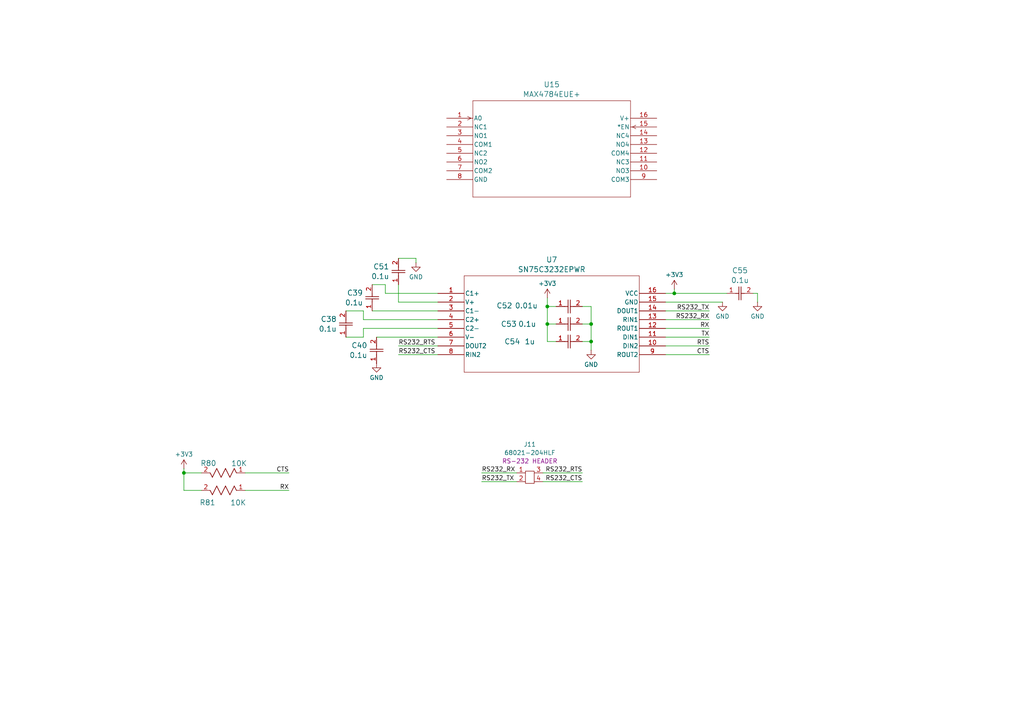
<source format=kicad_sch>
(kicad_sch
	(version 20231120)
	(generator "eeschema")
	(generator_version "8.0")
	(uuid "b76870d9-693a-43a6-86f7-c2c91a69b52f")
	(paper "A4")
	(title_block
		(title "Oro Link")
		(date "2025-06-02")
		(rev "9")
		(company "Oro Operating System")
		(comment 1 "oro.sh")
		(comment 2 "Copyright 2023-2025, MPL 2.0")
	)
	(lib_symbols
		(symbol "OroLink:0402B103J160CT"
			(pin_names
				(offset 0.254)
			)
			(exclude_from_sim no)
			(in_bom yes)
			(on_board yes)
			(property "Reference" "C"
				(at 3.81 3.81 0)
				(effects
					(font
						(size 1.524 1.524)
					)
				)
			)
			(property "Value" "0402B103J160CT"
				(at 3.81 -3.81 0)
				(effects
					(font
						(size 1.524 1.524)
					)
				)
			)
			(property "Footprint" "OroLink:CAP_0402_N_WAL"
				(at 0 0 0)
				(effects
					(font
						(size 1.27 1.27)
						(italic yes)
					)
					(hide yes)
				)
			)
			(property "Datasheet" "https://www.mouser.de/datasheet/2/210/WTC_MLCC_General_Purpose-1534899.pdf"
				(at 0 0 0)
				(effects
					(font
						(size 1.27 1.27)
						(italic yes)
					)
					(hide yes)
				)
			)
			(property "Description" "Ceramic Capacitor, Multilayer, Ceramic, 16V, 5% +Tol, 5% -Tol, X7R, 15% TC, 0.01uF, Surface Mount, 0402"
				(at 0 0 0)
				(effects
					(font
						(size 1.27 1.27)
					)
					(hide yes)
				)
			)
			(property "Mfr. Name" "Walsin"
				(at 0 -3 0)
				(effects
					(font
						(size 1.27 1.27)
						(italic yes)
					)
					(hide yes)
				)
			)
			(property "Mouser ID" "791-0402B103J160CT"
				(at 0 -3 0)
				(effects
					(font
						(size 1.27 1.27)
						(italic yes)
					)
					(hide yes)
				)
			)
			(property "DigiKey ID" "1292-0402B103J160CT-ND"
				(at 0 -3 0)
				(effects
					(font
						(size 1.27 1.27)
						(italic yes)
					)
					(hide yes)
				)
			)
			(property "Arrow ID" "null"
				(at 0 -3 0)
				(effects
					(font
						(size 1.27 1.27)
						(italic yes)
					)
					(hide yes)
				)
			)
			(property "Description_1" "Ceramic Capacitor, Multilayer, Ceramic, 16V, 5% +Tol, 5% -Tol, X7R, 15% TC, 0.01uF, Surface Mount, 0402"
				(at 0 -3 0)
				(effects
					(font
						(size 1.27 1.27)
						(italic yes)
					)
					(hide yes)
				)
			)
			(property "Mouser URL" "https://www.mouser.de/ProductDetail/Walsin/0402B103J160CT?qs=fIkAfuXiAQJQ%252BjA7a5Mepg%3D%3D&utm_source=octopart&utm_medium=aggregator&utm_campaign=791-0402B103J160CT&utm_content=Walsin"
				(at 0 -3 0)
				(effects
					(font
						(size 1.27 1.27)
						(italic yes)
					)
					(hide yes)
				)
			)
			(property "Mfr. Number" "0402B103J160CT"
				(at 0 -3 0)
				(effects
					(font
						(size 1.27 1.27)
						(italic yes)
					)
					(hide yes)
				)
			)
			(property "ki_locked" ""
				(at 0 0 0)
				(effects
					(font
						(size 1.27 1.27)
					)
				)
			)
			(property "ki_keywords" "0402B103J160CT"
				(at 0 0 0)
				(effects
					(font
						(size 1.27 1.27)
					)
					(hide yes)
				)
			)
			(property "ki_fp_filters" "CAP_0402_N_WAL CAP_0402_N_WAL-M CAP_0402_N_WAL-L"
				(at 0 0 0)
				(effects
					(font
						(size 1.27 1.27)
					)
					(hide yes)
				)
			)
			(symbol "0402B103J160CT_1_1"
				(polyline
					(pts
						(xy 2.54 0) (xy 3.4798 0)
					)
					(stroke
						(width 0.2032)
						(type default)
					)
					(fill
						(type none)
					)
				)
				(polyline
					(pts
						(xy 3.4798 -1.905) (xy 3.4798 1.905)
					)
					(stroke
						(width 0.2032)
						(type default)
					)
					(fill
						(type none)
					)
				)
				(polyline
					(pts
						(xy 4.1148 -1.905) (xy 4.1148 1.905)
					)
					(stroke
						(width 0.2032)
						(type default)
					)
					(fill
						(type none)
					)
				)
				(polyline
					(pts
						(xy 4.1148 0) (xy 5.08 0)
					)
					(stroke
						(width 0.2032)
						(type default)
					)
					(fill
						(type none)
					)
				)
				(pin unspecified line
					(at 0 0 0)
					(length 2.54)
					(name ""
						(effects
							(font
								(size 1.27 1.27)
							)
						)
					)
					(number "1"
						(effects
							(font
								(size 1.27 1.27)
							)
						)
					)
				)
				(pin unspecified line
					(at 7.62 0 180)
					(length 2.54)
					(name ""
						(effects
							(font
								(size 1.27 1.27)
							)
						)
					)
					(number "2"
						(effects
							(font
								(size 1.27 1.27)
							)
						)
					)
				)
			)
			(symbol "0402B103J160CT_1_2"
				(polyline
					(pts
						(xy -1.905 -4.1148) (xy 1.905 -4.1148)
					)
					(stroke
						(width 0.2032)
						(type default)
					)
					(fill
						(type none)
					)
				)
				(polyline
					(pts
						(xy -1.905 -3.4798) (xy 1.905 -3.4798)
					)
					(stroke
						(width 0.2032)
						(type default)
					)
					(fill
						(type none)
					)
				)
				(polyline
					(pts
						(xy 0 -4.1148) (xy 0 -5.08)
					)
					(stroke
						(width 0.2032)
						(type default)
					)
					(fill
						(type none)
					)
				)
				(polyline
					(pts
						(xy 0 -2.54) (xy 0 -3.4798)
					)
					(stroke
						(width 0.2032)
						(type default)
					)
					(fill
						(type none)
					)
				)
				(pin unspecified line
					(at 0 0 270)
					(length 2.54)
					(name ""
						(effects
							(font
								(size 1.27 1.27)
							)
						)
					)
					(number "1"
						(effects
							(font
								(size 1.27 1.27)
							)
						)
					)
				)
				(pin unspecified line
					(at 0 -7.62 90)
					(length 2.54)
					(name ""
						(effects
							(font
								(size 1.27 1.27)
							)
						)
					)
					(number "2"
						(effects
							(font
								(size 1.27 1.27)
							)
						)
					)
				)
			)
		)
		(symbol "OroLink:68021-204HLF"
			(pin_names hide)
			(exclude_from_sim no)
			(in_bom yes)
			(on_board yes)
			(property "Reference" "J"
				(at 3.81 1.778 0)
				(effects
					(font
						(size 1.27 1.27)
					)
				)
			)
			(property "Value" "68021-204HLF"
				(at 4.318 0 0)
				(effects
					(font
						(size 1.27 1.27)
					)
				)
			)
			(property "Footprint" "OroLink:2x2 4p 2.54 pitch"
				(at 0 0 0)
				(effects
					(font
						(size 1.27 1.27)
					)
					(hide yes)
				)
			)
			(property "Datasheet" "https://cdn.amphenol-cs.com/media/wysiwyg/files/documentation/datasheet/boardwiretoboard/bwb_bergstik.pdf"
				(at 0 0 0)
				(effects
					(font
						(size 1.27 1.27)
					)
					(hide yes)
				)
			)
			(property "Description" " Headers & Wire Housings 4P SR UNSHRD HRD .38 GOLD OVER NI"
				(at 0 0 0)
				(effects
					(font
						(size 1.27 1.27)
					)
					(hide yes)
				)
			)
			(property "Mouser ID Number" "649-68021-204HLF"
				(at 0 0 0)
				(effects
					(font
						(size 1.27 1.27)
					)
					(hide yes)
				)
			)
			(property "Mouser Stock URL" "https://www.mouser.de/ProductDetail/Amphenol-FCI/68021-204HLF?qs=QKvFUfBIyQLYRGZzFGyTzg%3D%3D"
				(at 0 0 0)
				(effects
					(font
						(size 1.27 1.27)
					)
					(hide yes)
				)
			)
			(symbol "68021-204HLF_0_0"
				(pin unspecified line
					(at 0 -2.54 0)
					(length 2.54)
					(name ""
						(effects
							(font
								(size 1.27 1.27)
							)
						)
					)
					(number "1"
						(effects
							(font
								(size 1.27 1.27)
							)
						)
					)
				)
				(pin unspecified line
					(at 0 -5.08 0)
					(length 2.54)
					(name ""
						(effects
							(font
								(size 1.27 1.27)
							)
						)
					)
					(number "2"
						(effects
							(font
								(size 1.27 1.27)
							)
						)
					)
				)
				(pin unspecified line
					(at 7.62 -2.54 180)
					(length 2.54)
					(name ""
						(effects
							(font
								(size 1.27 1.27)
							)
						)
					)
					(number "3"
						(effects
							(font
								(size 1.27 1.27)
							)
						)
					)
				)
				(pin unspecified line
					(at 7.62 -5.08 180)
					(length 2.54)
					(name ""
						(effects
							(font
								(size 1.27 1.27)
							)
						)
					)
					(number "4"
						(effects
							(font
								(size 1.27 1.27)
							)
						)
					)
				)
			)
			(symbol "68021-204HLF_0_1"
				(rectangle
					(start 2.54 -2.032)
					(end 5.08 -5.588)
					(stroke
						(width 0)
						(type default)
					)
					(fill
						(type none)
					)
				)
			)
		)
		(symbol "OroLink:JMK105BJ105KVHF"
			(pin_names
				(offset 0.254)
			)
			(exclude_from_sim no)
			(in_bom yes)
			(on_board yes)
			(property "Reference" "C"
				(at 3.81 3.81 0)
				(effects
					(font
						(size 1.524 1.524)
					)
				)
			)
			(property "Value" "JMK105BJ105KVHF"
				(at 3.81 -3.81 0)
				(effects
					(font
						(size 1.524 1.524)
					)
				)
			)
			(property "Footprint" "OroLink:cap_UMK105 CG080CV-F_TAY"
				(at 0 0 0)
				(effects
					(font
						(size 1.27 1.27)
						(italic yes)
					)
					(hide yes)
				)
			)
			(property "Datasheet" "https://www.mouser.de/datasheet/2/396/taiyo_yuden_12132018_mlcc11_hq_e-1510082.pdf"
				(at 0 0 0)
				(effects
					(font
						(size 1.27 1.27)
						(italic yes)
					)
					(hide yes)
				)
			)
			(property "Description" "Capacitor, ceramic, 0402, 6.3V, x5R, 1 F, ±10% Rohs Compliant: Yes |Taiyo Yuden JMK105BJ105KVHF"
				(at 0 0 0)
				(effects
					(font
						(size 1.27 1.27)
					)
					(hide yes)
				)
			)
			(property "DigiKey ID" "587-3766-1-ND"
				(at 0 -3 0)
				(effects
					(font
						(size 1.27 1.27)
						(italic yes)
					)
					(hide yes)
				)
			)
			(property "Arrow ID" "JMK105BJ105KVHF"
				(at 0 -3 0)
				(effects
					(font
						(size 1.27 1.27)
						(italic yes)
					)
					(hide yes)
				)
			)
			(property "Mfr. Name" "Taiyo Yuden"
				(at 0 -3 0)
				(effects
					(font
						(size 1.27 1.27)
						(italic yes)
					)
					(hide yes)
				)
			)
			(property "Description_1" "Capacitor, ceramic, 0402, 6.3V, x5R, 1 F, ±10% Rohs Compliant: Yes |Taiyo Yuden JMK105BJ105KVHF"
				(at 0 -3 0)
				(effects
					(font
						(size 1.27 1.27)
						(italic yes)
					)
					(hide yes)
				)
			)
			(property "Mouser ID" "963-JMK105BJ105KVHF"
				(at 0 -3 0)
				(effects
					(font
						(size 1.27 1.27)
						(italic yes)
					)
					(hide yes)
				)
			)
			(property "Mfr. Number" "JMK105BJ105KVHF"
				(at 0 -3 0)
				(effects
					(font
						(size 1.27 1.27)
						(italic yes)
					)
					(hide yes)
				)
			)
			(property "Mouser URL" "https://www.mouser.de/ProductDetail/TAIYO-YUDEN/JMK105BJ105KVHF?qs=qPaGMJUC%252BSupRtwk0yj9HQ%3D%3D&utm_source=octopart&utm_medium=aggregator&utm_campaign=963-JMK105BJ105KVHF&utm_content=TAIYO%20YUDEN"
				(at 0 -3 0)
				(effects
					(font
						(size 1.27 1.27)
						(italic yes)
					)
					(hide yes)
				)
			)
			(property "ki_locked" ""
				(at 0 0 0)
				(effects
					(font
						(size 1.27 1.27)
					)
				)
			)
			(property "ki_keywords" "JMK105BJ105KVHF"
				(at 0 0 0)
				(effects
					(font
						(size 1.27 1.27)
					)
					(hide yes)
				)
			)
			(property "ki_fp_filters" "cap_UMK105 CG080CV-F_TAY cap_UMK105 CG080CV-F_TAY-M cap_UMK105 CG080CV-F_TAY-L"
				(at 0 0 0)
				(effects
					(font
						(size 1.27 1.27)
					)
					(hide yes)
				)
			)
			(symbol "JMK105BJ105KVHF_1_1"
				(polyline
					(pts
						(xy 2.54 0) (xy 3.4798 0)
					)
					(stroke
						(width 0.2032)
						(type default)
					)
					(fill
						(type none)
					)
				)
				(polyline
					(pts
						(xy 3.4798 -1.905) (xy 3.4798 1.905)
					)
					(stroke
						(width 0.2032)
						(type default)
					)
					(fill
						(type none)
					)
				)
				(polyline
					(pts
						(xy 4.1148 -1.905) (xy 4.1148 1.905)
					)
					(stroke
						(width 0.2032)
						(type default)
					)
					(fill
						(type none)
					)
				)
				(polyline
					(pts
						(xy 4.1148 0) (xy 5.08 0)
					)
					(stroke
						(width 0.2032)
						(type default)
					)
					(fill
						(type none)
					)
				)
				(pin unspecified line
					(at 0 0 0)
					(length 2.54)
					(name ""
						(effects
							(font
								(size 1.27 1.27)
							)
						)
					)
					(number "1"
						(effects
							(font
								(size 1.27 1.27)
							)
						)
					)
				)
				(pin unspecified line
					(at 7.62 0 180)
					(length 2.54)
					(name ""
						(effects
							(font
								(size 1.27 1.27)
							)
						)
					)
					(number "2"
						(effects
							(font
								(size 1.27 1.27)
							)
						)
					)
				)
			)
			(symbol "JMK105BJ105KVHF_1_2"
				(polyline
					(pts
						(xy -1.905 -4.1148) (xy 1.905 -4.1148)
					)
					(stroke
						(width 0.2032)
						(type default)
					)
					(fill
						(type none)
					)
				)
				(polyline
					(pts
						(xy -1.905 -3.4798) (xy 1.905 -3.4798)
					)
					(stroke
						(width 0.2032)
						(type default)
					)
					(fill
						(type none)
					)
				)
				(polyline
					(pts
						(xy 0 -4.1148) (xy 0 -5.08)
					)
					(stroke
						(width 0.2032)
						(type default)
					)
					(fill
						(type none)
					)
				)
				(polyline
					(pts
						(xy 0 -2.54) (xy 0 -3.4798)
					)
					(stroke
						(width 0.2032)
						(type default)
					)
					(fill
						(type none)
					)
				)
				(pin unspecified line
					(at 0 0 270)
					(length 2.54)
					(name ""
						(effects
							(font
								(size 1.27 1.27)
							)
						)
					)
					(number "1"
						(effects
							(font
								(size 1.27 1.27)
							)
						)
					)
				)
				(pin unspecified line
					(at 0 -7.62 90)
					(length 2.54)
					(name ""
						(effects
							(font
								(size 1.27 1.27)
							)
						)
					)
					(number "2"
						(effects
							(font
								(size 1.27 1.27)
							)
						)
					)
				)
			)
		)
		(symbol "OroLink:MAX4784EUE+"
			(pin_names
				(offset 0.254)
			)
			(exclude_from_sim no)
			(in_bom yes)
			(on_board yes)
			(property "Reference" "U"
				(at 30.48 10.16 0)
				(effects
					(font
						(size 1.524 1.524)
					)
				)
			)
			(property "Value" "MAX4784EUE+"
				(at 30.48 7.62 0)
				(effects
					(font
						(size 1.524 1.524)
					)
				)
			)
			(property "Footprint" "OroLink:21-0066J_16"
				(at 0 0 0)
				(effects
					(font
						(size 1.27 1.27)
						(italic yes)
					)
					(hide yes)
				)
			)
			(property "Datasheet" "https://www.mouser.de/datasheet/2/609/MAX4780_MAX4784-3129393.pdf"
				(at 0 0 0)
				(effects
					(font
						(size 1.27 1.27)
						(italic yes)
					)
					(hide yes)
				)
			)
			(property "Description" "0.7Ω , Low-Voltage, Quad 2:1 Analog Multiplexers"
				(at 0 0 0)
				(effects
					(font
						(size 1.27 1.27)
					)
					(hide yes)
				)
			)
			(property "Description_1" "0.7Ω , Low-Voltage, Quad 2:1 Analog Multiplexers"
				(at 0 -3 0)
				(effects
					(font
						(size 1.27 1.27)
						(italic yes)
					)
					(hide yes)
				)
			)
			(property "Mouser ID" "700-MAX4784EUE"
				(at 0 -3 0)
				(effects
					(font
						(size 1.27 1.27)
						(italic yes)
					)
					(hide yes)
				)
			)
			(property "Mfr. Number" "MAX4784EUE+"
				(at 0 -3 0)
				(effects
					(font
						(size 1.27 1.27)
						(italic yes)
					)
					(hide yes)
				)
			)
			(property "Mouser URL" "https://www.mouser.de/ProductDetail/Analog-Devices-Maxim-Integrated/MAX4784EUE%2b?qs=LHmEVA8xxfY1hZqAKqEU7A%3D%3D"
				(at 0 -3 0)
				(effects
					(font
						(size 1.27 1.27)
						(italic yes)
					)
					(hide yes)
				)
			)
			(property "Mfr. Name" "Analog Devices / Maxim Integrated"
				(at 0 -3 0)
				(effects
					(font
						(size 1.27 1.27)
						(italic yes)
					)
					(hide yes)
				)
			)
			(property "DigiKey ID" "MAX4784EUE+-ND"
				(at 0 -3 0)
				(effects
					(font
						(size 1.27 1.27)
						(italic yes)
					)
					(hide yes)
				)
			)
			(property "Arrow ID" "MAX4784EUE+"
				(at 0 -3 0)
				(effects
					(font
						(size 1.27 1.27)
						(italic yes)
					)
					(hide yes)
				)
			)
			(property "ki_locked" ""
				(at 0 0 0)
				(effects
					(font
						(size 1.27 1.27)
					)
				)
			)
			(property "ki_keywords" "MAX4784EUE+"
				(at 0 0 0)
				(effects
					(font
						(size 1.27 1.27)
					)
					(hide yes)
				)
			)
			(property "ki_fp_filters" "21-0066J_16 21-0066J_16-M 21-0066J_16-L"
				(at 0 0 0)
				(effects
					(font
						(size 1.27 1.27)
					)
					(hide yes)
				)
			)
			(symbol "MAX4784EUE+_0_1"
				(polyline
					(pts
						(xy 7.0993 0) (xy 6.0579 -0.5207)
					)
					(stroke
						(width 0.127)
						(type default)
					)
					(fill
						(type none)
					)
				)
				(polyline
					(pts
						(xy 7.0993 0) (xy 6.0579 0.5207)
					)
					(stroke
						(width 0.127)
						(type default)
					)
					(fill
						(type none)
					)
				)
				(polyline
					(pts
						(xy 7.62 -22.86) (xy 53.34 -22.86)
					)
					(stroke
						(width 0.127)
						(type default)
					)
					(fill
						(type none)
					)
				)
				(polyline
					(pts
						(xy 7.62 5.08) (xy 7.62 -22.86)
					)
					(stroke
						(width 0.127)
						(type default)
					)
					(fill
						(type none)
					)
				)
				(polyline
					(pts
						(xy 53.34 -22.86) (xy 53.34 5.08)
					)
					(stroke
						(width 0.127)
						(type default)
					)
					(fill
						(type none)
					)
				)
				(polyline
					(pts
						(xy 53.34 5.08) (xy 7.62 5.08)
					)
					(stroke
						(width 0.127)
						(type default)
					)
					(fill
						(type none)
					)
				)
				(polyline
					(pts
						(xy 53.8607 -2.54) (xy 54.9021 -3.0607)
					)
					(stroke
						(width 0.127)
						(type default)
					)
					(fill
						(type none)
					)
				)
				(polyline
					(pts
						(xy 53.8607 -2.54) (xy 54.9021 -2.0193)
					)
					(stroke
						(width 0.127)
						(type default)
					)
					(fill
						(type none)
					)
				)
				(pin input line
					(at 0 0 0)
					(length 7.62)
					(name "A0"
						(effects
							(font
								(size 1.27 1.27)
							)
						)
					)
					(number "1"
						(effects
							(font
								(size 1.27 1.27)
							)
						)
					)
				)
				(pin unspecified line
					(at 60.96 -15.24 180)
					(length 7.62)
					(name "NO3"
						(effects
							(font
								(size 1.27 1.27)
							)
						)
					)
					(number "10"
						(effects
							(font
								(size 1.27 1.27)
							)
						)
					)
				)
				(pin unspecified line
					(at 60.96 -12.7 180)
					(length 7.62)
					(name "NC3"
						(effects
							(font
								(size 1.27 1.27)
							)
						)
					)
					(number "11"
						(effects
							(font
								(size 1.27 1.27)
							)
						)
					)
				)
				(pin unspecified line
					(at 60.96 -10.16 180)
					(length 7.62)
					(name "COM4"
						(effects
							(font
								(size 1.27 1.27)
							)
						)
					)
					(number "12"
						(effects
							(font
								(size 1.27 1.27)
							)
						)
					)
				)
				(pin unspecified line
					(at 60.96 -7.62 180)
					(length 7.62)
					(name "NO4"
						(effects
							(font
								(size 1.27 1.27)
							)
						)
					)
					(number "13"
						(effects
							(font
								(size 1.27 1.27)
							)
						)
					)
				)
				(pin unspecified line
					(at 60.96 -5.08 180)
					(length 7.62)
					(name "NC4"
						(effects
							(font
								(size 1.27 1.27)
							)
						)
					)
					(number "14"
						(effects
							(font
								(size 1.27 1.27)
							)
						)
					)
				)
				(pin input line
					(at 60.96 -2.54 180)
					(length 7.62)
					(name "*EN"
						(effects
							(font
								(size 1.27 1.27)
							)
						)
					)
					(number "15"
						(effects
							(font
								(size 1.27 1.27)
							)
						)
					)
				)
				(pin power_in line
					(at 60.96 0 180)
					(length 7.62)
					(name "V+"
						(effects
							(font
								(size 1.27 1.27)
							)
						)
					)
					(number "16"
						(effects
							(font
								(size 1.27 1.27)
							)
						)
					)
				)
				(pin unspecified line
					(at 0 -2.54 0)
					(length 7.62)
					(name "NC1"
						(effects
							(font
								(size 1.27 1.27)
							)
						)
					)
					(number "2"
						(effects
							(font
								(size 1.27 1.27)
							)
						)
					)
				)
				(pin unspecified line
					(at 0 -5.08 0)
					(length 7.62)
					(name "NO1"
						(effects
							(font
								(size 1.27 1.27)
							)
						)
					)
					(number "3"
						(effects
							(font
								(size 1.27 1.27)
							)
						)
					)
				)
				(pin unspecified line
					(at 0 -7.62 0)
					(length 7.62)
					(name "COM1"
						(effects
							(font
								(size 1.27 1.27)
							)
						)
					)
					(number "4"
						(effects
							(font
								(size 1.27 1.27)
							)
						)
					)
				)
				(pin unspecified line
					(at 0 -10.16 0)
					(length 7.62)
					(name "NC2"
						(effects
							(font
								(size 1.27 1.27)
							)
						)
					)
					(number "5"
						(effects
							(font
								(size 1.27 1.27)
							)
						)
					)
				)
				(pin unspecified line
					(at 0 -12.7 0)
					(length 7.62)
					(name "NO2"
						(effects
							(font
								(size 1.27 1.27)
							)
						)
					)
					(number "6"
						(effects
							(font
								(size 1.27 1.27)
							)
						)
					)
				)
				(pin unspecified line
					(at 0 -15.24 0)
					(length 7.62)
					(name "COM2"
						(effects
							(font
								(size 1.27 1.27)
							)
						)
					)
					(number "7"
						(effects
							(font
								(size 1.27 1.27)
							)
						)
					)
				)
				(pin power_in line
					(at 0 -17.78 0)
					(length 7.62)
					(name "GND"
						(effects
							(font
								(size 1.27 1.27)
							)
						)
					)
					(number "8"
						(effects
							(font
								(size 1.27 1.27)
							)
						)
					)
				)
				(pin unspecified line
					(at 60.96 -17.78 180)
					(length 7.62)
					(name "COM3"
						(effects
							(font
								(size 1.27 1.27)
							)
						)
					)
					(number "9"
						(effects
							(font
								(size 1.27 1.27)
							)
						)
					)
				)
			)
		)
		(symbol "OroLink:MSAST1L3YB5104KFNA01"
			(pin_names
				(offset 0.254)
			)
			(exclude_from_sim no)
			(in_bom yes)
			(on_board yes)
			(property "Reference" "C"
				(at 3.81 3.81 0)
				(effects
					(font
						(size 1.524 1.524)
					)
				)
			)
			(property "Value" "MSAST1L3YB5104KFNA01"
				(at 3.81 -3.81 0)
				(effects
					(font
						(size 1.524 1.524)
					)
				)
			)
			(property "Footprint" "OroLink:CAP_MSAS1L-3_TAY"
				(at 0 0 0)
				(effects
					(font
						(size 1.27 1.27)
						(italic yes)
					)
					(hide yes)
				)
			)
			(property "Datasheet" "https://www.mouser.de/datasheet/2/396/Tayio_Yuden_1102023_MS_mlcc_all_e-3081579.pdf"
				(at 0 0 0)
				(effects
					(font
						(size 1.27 1.27)
						(italic yes)
					)
					(hide yes)
				)
			)
			(property "Description" "Multilayer Ceramic Capacitor, 0.1 uF, 25 V, ± 10%, X5R, 0402 [1005 Metric] - T&R"
				(at 0 0 0)
				(effects
					(font
						(size 1.27 1.27)
					)
					(hide yes)
				)
			)
			(property "Mfr. Name" "Taiyo Yuden"
				(at 0 -3 0)
				(effects
					(font
						(size 1.27 1.27)
						(italic yes)
					)
					(hide yes)
				)
			)
			(property "Mfr. Number" "MSAST1L3YB5104KFNA01"
				(at 0 -3 0)
				(effects
					(font
						(size 1.27 1.27)
						(italic yes)
					)
					(hide yes)
				)
			)
			(property "Mouser URL" "https://www.mouser.de/ProductDetail/TAIYO-YUDEN/MSAST1L3YB5104KFNA01?qs=tlsG%2FOw5FFhBwK%252BMwEZpCA%3D%3D"
				(at 0 -3 0)
				(effects
					(font
						(size 1.27 1.27)
						(italic yes)
					)
					(hide yes)
				)
			)
			(property "Description_1" "Multilayer Ceramic Capacitor, 0.1 uF, 25 V, ± 10%, X5R, 0402 [1005 Metric] - T&R"
				(at 0 -3 0)
				(effects
					(font
						(size 1.27 1.27)
						(italic yes)
					)
					(hide yes)
				)
			)
			(property "Arrow ID" "MSAST1L3YB5104KFNA01"
				(at 0 -3 0)
				(effects
					(font
						(size 1.27 1.27)
						(italic yes)
					)
					(hide yes)
				)
			)
			(property "DigiKey ID" "587-MSAST1L3YB5104KFNA01CT-ND"
				(at 0 -3 0)
				(effects
					(font
						(size 1.27 1.27)
						(italic yes)
					)
					(hide yes)
				)
			)
			(property "Mouser ID" "963-MSAST1L3YB5104KF"
				(at 0 -3 0)
				(effects
					(font
						(size 1.27 1.27)
						(italic yes)
					)
					(hide yes)
				)
			)
			(property "ki_locked" ""
				(at 0 0 0)
				(effects
					(font
						(size 1.27 1.27)
					)
				)
			)
			(property "ki_keywords" "MSAST1L3YB5104KFNA01"
				(at 0 0 0)
				(effects
					(font
						(size 1.27 1.27)
					)
					(hide yes)
				)
			)
			(property "ki_fp_filters" "CAP_MSAS1L-3_TAY CAP_MSAS1L-3_TAY-M CAP_MSAS1L-3_TAY-L"
				(at 0 0 0)
				(effects
					(font
						(size 1.27 1.27)
					)
					(hide yes)
				)
			)
			(symbol "MSAST1L3YB5104KFNA01_1_1"
				(polyline
					(pts
						(xy 2.54 0) (xy 3.4798 0)
					)
					(stroke
						(width 0.2032)
						(type default)
					)
					(fill
						(type none)
					)
				)
				(polyline
					(pts
						(xy 3.4798 -1.905) (xy 3.4798 1.905)
					)
					(stroke
						(width 0.2032)
						(type default)
					)
					(fill
						(type none)
					)
				)
				(polyline
					(pts
						(xy 4.1148 -1.905) (xy 4.1148 1.905)
					)
					(stroke
						(width 0.2032)
						(type default)
					)
					(fill
						(type none)
					)
				)
				(polyline
					(pts
						(xy 4.1148 0) (xy 5.08 0)
					)
					(stroke
						(width 0.2032)
						(type default)
					)
					(fill
						(type none)
					)
				)
				(pin unspecified line
					(at 0 0 0)
					(length 2.54)
					(name ""
						(effects
							(font
								(size 1.27 1.27)
							)
						)
					)
					(number "1"
						(effects
							(font
								(size 1.27 1.27)
							)
						)
					)
				)
				(pin unspecified line
					(at 7.62 0 180)
					(length 2.54)
					(name ""
						(effects
							(font
								(size 1.27 1.27)
							)
						)
					)
					(number "2"
						(effects
							(font
								(size 1.27 1.27)
							)
						)
					)
				)
			)
			(symbol "MSAST1L3YB5104KFNA01_1_2"
				(polyline
					(pts
						(xy -1.905 -4.1148) (xy 1.905 -4.1148)
					)
					(stroke
						(width 0.2032)
						(type default)
					)
					(fill
						(type none)
					)
				)
				(polyline
					(pts
						(xy -1.905 -3.4798) (xy 1.905 -3.4798)
					)
					(stroke
						(width 0.2032)
						(type default)
					)
					(fill
						(type none)
					)
				)
				(polyline
					(pts
						(xy 0 -4.1148) (xy 0 -5.08)
					)
					(stroke
						(width 0.2032)
						(type default)
					)
					(fill
						(type none)
					)
				)
				(polyline
					(pts
						(xy 0 -2.54) (xy 0 -3.4798)
					)
					(stroke
						(width 0.2032)
						(type default)
					)
					(fill
						(type none)
					)
				)
				(pin unspecified line
					(at 0 0 270)
					(length 2.54)
					(name ""
						(effects
							(font
								(size 1.27 1.27)
							)
						)
					)
					(number "1"
						(effects
							(font
								(size 1.27 1.27)
							)
						)
					)
				)
				(pin unspecified line
					(at 0 -7.62 90)
					(length 2.54)
					(name ""
						(effects
							(font
								(size 1.27 1.27)
							)
						)
					)
					(number "2"
						(effects
							(font
								(size 1.27 1.27)
							)
						)
					)
				)
			)
		)
		(symbol "OroLink:RMCF0402FT10K0"
			(pin_names
				(offset 0.254)
			)
			(exclude_from_sim no)
			(in_bom yes)
			(on_board yes)
			(property "Reference" "R"
				(at 5.715 3.81 0)
				(effects
					(font
						(size 1.524 1.524)
					)
				)
			)
			(property "Value" "RMCF0402FT10K0"
				(at 6.35 -3.81 0)
				(effects
					(font
						(size 1.524 1.524)
					)
				)
			)
			(property "Footprint" "OroLink:STA_RMCF0402_STP"
				(at 0 0 0)
				(effects
					(font
						(size 1.27 1.27)
						(italic yes)
					)
					(hide yes)
				)
			)
			(property "Datasheet" "https://www.mouser.de/datasheet/2/385/SEI_RMCF_RMCP-3077565.pdf"
				(at 0 0 0)
				(effects
					(font
						(size 1.27 1.27)
						(italic yes)
					)
					(hide yes)
				)
			)
			(property "Description" "Res Thick Film 0402 10K Ohm 1% 0.063W ±100ppm/°C Molded SMD Paper T/R"
				(at 0 0 0)
				(effects
					(font
						(size 1.27 1.27)
					)
					(hide yes)
				)
			)
			(property "Description_1" "Res Thick Film 0402 10K Ohm 1% 0.063W ±100ppm/°C Molded SMD Paper T/R"
				(at 0 -3 0)
				(effects
					(font
						(size 1.27 1.27)
						(italic yes)
					)
					(hide yes)
				)
			)
			(property "Mfr. Name" "Stackpole International"
				(at 0 -3 0)
				(effects
					(font
						(size 1.27 1.27)
						(italic yes)
					)
					(hide yes)
				)
			)
			(property "DigiKey ID" "RMCF0402FT10K0CT-ND"
				(at 0 -3 0)
				(effects
					(font
						(size 1.27 1.27)
						(italic yes)
					)
					(hide yes)
				)
			)
			(property "Mouser URL" "https://www.mouser.de/ProductDetail/SEI-Stackpole/RMCF0402FT10K0?qs=FESYatJ8odLDpjm%252BwxiA1Q%3D%3D&utm_source=octopart&utm_medium=aggregator&utm_campaign=708-RMCF0402FT10K0&utm_content=SEI%20Stackpole"
				(at 0 -3 0)
				(effects
					(font
						(size 1.27 1.27)
						(italic yes)
					)
					(hide yes)
				)
			)
			(property "Arrow ID" "RMCF0402FT10K0"
				(at 0 -3 0)
				(effects
					(font
						(size 1.27 1.27)
						(italic yes)
					)
					(hide yes)
				)
			)
			(property "Mfr. Number" "RMCF0402FT10K0"
				(at 0 -3 0)
				(effects
					(font
						(size 1.27 1.27)
						(italic yes)
					)
					(hide yes)
				)
			)
			(property "Mouser ID" "708-RMCF0402FT10K0"
				(at 0 -3 0)
				(effects
					(font
						(size 1.27 1.27)
						(italic yes)
					)
					(hide yes)
				)
			)
			(property "ki_locked" ""
				(at 0 0 0)
				(effects
					(font
						(size 1.27 1.27)
					)
				)
			)
			(property "ki_keywords" "RMCF0402FT10K0"
				(at 0 0 0)
				(effects
					(font
						(size 1.27 1.27)
					)
					(hide yes)
				)
			)
			(property "ki_fp_filters" "STA_RMCF0402_STP STA_RMCF0402_STP-M STA_RMCF0402_STP-L"
				(at 0 0 0)
				(effects
					(font
						(size 1.27 1.27)
					)
					(hide yes)
				)
			)
			(symbol "RMCF0402FT10K0_1_1"
				(polyline
					(pts
						(xy 2.54 0) (xy 3.175 1.27)
					)
					(stroke
						(width 0.2032)
						(type default)
					)
					(fill
						(type none)
					)
				)
				(polyline
					(pts
						(xy 3.175 1.27) (xy 4.445 -1.27)
					)
					(stroke
						(width 0.2032)
						(type default)
					)
					(fill
						(type none)
					)
				)
				(polyline
					(pts
						(xy 4.445 -1.27) (xy 5.715 1.27)
					)
					(stroke
						(width 0.2032)
						(type default)
					)
					(fill
						(type none)
					)
				)
				(polyline
					(pts
						(xy 5.715 1.27) (xy 6.985 -1.27)
					)
					(stroke
						(width 0.2032)
						(type default)
					)
					(fill
						(type none)
					)
				)
				(polyline
					(pts
						(xy 6.985 -1.27) (xy 8.255 1.27)
					)
					(stroke
						(width 0.2032)
						(type default)
					)
					(fill
						(type none)
					)
				)
				(polyline
					(pts
						(xy 8.255 1.27) (xy 9.525 -1.27)
					)
					(stroke
						(width 0.2032)
						(type default)
					)
					(fill
						(type none)
					)
				)
				(polyline
					(pts
						(xy 9.525 -1.27) (xy 10.16 0)
					)
					(stroke
						(width 0.2032)
						(type default)
					)
					(fill
						(type none)
					)
				)
				(pin unspecified line
					(at 0 0 0)
					(length 2.54)
					(name ""
						(effects
							(font
								(size 1.27 1.27)
							)
						)
					)
					(number "1"
						(effects
							(font
								(size 1.27 1.27)
							)
						)
					)
				)
				(pin unspecified line
					(at 12.7 0 180)
					(length 2.54)
					(name ""
						(effects
							(font
								(size 1.27 1.27)
							)
						)
					)
					(number "2"
						(effects
							(font
								(size 1.27 1.27)
							)
						)
					)
				)
			)
			(symbol "RMCF0402FT10K0_1_2"
				(polyline
					(pts
						(xy -1.27 3.175) (xy 1.27 4.445)
					)
					(stroke
						(width 0.2032)
						(type default)
					)
					(fill
						(type none)
					)
				)
				(polyline
					(pts
						(xy -1.27 5.715) (xy 1.27 6.985)
					)
					(stroke
						(width 0.2032)
						(type default)
					)
					(fill
						(type none)
					)
				)
				(polyline
					(pts
						(xy -1.27 8.255) (xy 1.27 9.525)
					)
					(stroke
						(width 0.2032)
						(type default)
					)
					(fill
						(type none)
					)
				)
				(polyline
					(pts
						(xy 0 2.54) (xy -1.27 3.175)
					)
					(stroke
						(width 0.2032)
						(type default)
					)
					(fill
						(type none)
					)
				)
				(polyline
					(pts
						(xy 1.27 4.445) (xy -1.27 5.715)
					)
					(stroke
						(width 0.2032)
						(type default)
					)
					(fill
						(type none)
					)
				)
				(polyline
					(pts
						(xy 1.27 6.985) (xy -1.27 8.255)
					)
					(stroke
						(width 0.2032)
						(type default)
					)
					(fill
						(type none)
					)
				)
				(polyline
					(pts
						(xy 1.27 9.525) (xy 0 10.16)
					)
					(stroke
						(width 0.2032)
						(type default)
					)
					(fill
						(type none)
					)
				)
				(pin unspecified line
					(at 0 12.7 270)
					(length 2.54)
					(name ""
						(effects
							(font
								(size 1.27 1.27)
							)
						)
					)
					(number "1"
						(effects
							(font
								(size 1.27 1.27)
							)
						)
					)
				)
				(pin unspecified line
					(at 0 0 90)
					(length 2.54)
					(name ""
						(effects
							(font
								(size 1.27 1.27)
							)
						)
					)
					(number "2"
						(effects
							(font
								(size 1.27 1.27)
							)
						)
					)
				)
			)
		)
		(symbol "OroLink:SN75C3232EPWR"
			(pin_names
				(offset 0.254)
			)
			(exclude_from_sim no)
			(in_bom yes)
			(on_board yes)
			(property "Reference" "U"
				(at 33.02 10.16 0)
				(effects
					(font
						(size 1.524 1.524)
					)
				)
			)
			(property "Value" "SN75C3232EPWR"
				(at 33.02 7.62 0)
				(effects
					(font
						(size 1.524 1.524)
					)
				)
			)
			(property "Footprint" "OroLink:PW16"
				(at 0 0 0)
				(effects
					(font
						(size 1.27 1.27)
						(italic yes)
					)
					(hide yes)
				)
			)
			(property "Datasheet" "https://www.ti.com/lit/gpn/sn75c3232e"
				(at 0 0 0)
				(effects
					(font
						(size 1.27 1.27)
						(italic yes)
					)
					(hide yes)
				)
			)
			(property "Description" "3- to 5.5-V dual channel 1Mbps RS-232 line driver/receiver with +/-15-kV IEC-ESD protection 16-TSSOP 0 to 70"
				(at 0 0 0)
				(effects
					(font
						(size 1.27 1.27)
					)
					(hide yes)
				)
			)
			(property "Mfr. Name" "Texas Instruments"
				(at 0 -3 0)
				(effects
					(font
						(size 1.27 1.27)
						(italic yes)
					)
					(hide yes)
				)
			)
			(property "Arrow ID" "SN75C3232EPWR"
				(at 0 -3 0)
				(effects
					(font
						(size 1.27 1.27)
						(italic yes)
					)
					(hide yes)
				)
			)
			(property "Mfr. Number" "SN75C3232EPWR"
				(at 0 -3 0)
				(effects
					(font
						(size 1.27 1.27)
						(italic yes)
					)
					(hide yes)
				)
			)
			(property "DigiKey ID" "296-SN75C3232EPWRCT-ND"
				(at 0 -3 0)
				(effects
					(font
						(size 1.27 1.27)
						(italic yes)
					)
					(hide yes)
				)
			)
			(property "Mouser URL" "https://www.mouser.de/ProductDetail/Texas-Instruments/SN75C3232EPWR?qs=bvCpHSZmQjkqG6NAbFmlGA%3D%3D"
				(at 0 -3 0)
				(effects
					(font
						(size 1.27 1.27)
						(italic yes)
					)
					(hide yes)
				)
			)
			(property "Description_1" "3- to 5.5-V dual channel 1Mbps RS-232 line driver/receiver with +/-15-kV IEC-ESD protection 16-TSSOP 0 to 70"
				(at 0 -3 0)
				(effects
					(font
						(size 1.27 1.27)
						(italic yes)
					)
					(hide yes)
				)
			)
			(property "Mouser ID" "595-SN75C3232EPWR"
				(at 0 -3 0)
				(effects
					(font
						(size 1.27 1.27)
						(italic yes)
					)
					(hide yes)
				)
			)
			(property "ki_locked" ""
				(at 0 0 0)
				(effects
					(font
						(size 1.27 1.27)
					)
				)
			)
			(property "ki_keywords" "SN75C3232EPWR"
				(at 0 0 0)
				(effects
					(font
						(size 1.27 1.27)
					)
					(hide yes)
				)
			)
			(property "ki_fp_filters" "PW16 PW16-M PW16-L"
				(at 0 0 0)
				(effects
					(font
						(size 1.27 1.27)
					)
					(hide yes)
				)
			)
			(symbol "SN75C3232EPWR_0_1"
				(polyline
					(pts
						(xy 7.62 -22.86) (xy 58.42 -22.86)
					)
					(stroke
						(width 0.127)
						(type default)
					)
					(fill
						(type none)
					)
				)
				(polyline
					(pts
						(xy 7.62 5.08) (xy 7.62 -22.86)
					)
					(stroke
						(width 0.127)
						(type default)
					)
					(fill
						(type none)
					)
				)
				(polyline
					(pts
						(xy 58.42 -22.86) (xy 58.42 5.08)
					)
					(stroke
						(width 0.127)
						(type default)
					)
					(fill
						(type none)
					)
				)
				(polyline
					(pts
						(xy 58.42 5.08) (xy 7.62 5.08)
					)
					(stroke
						(width 0.127)
						(type default)
					)
					(fill
						(type none)
					)
				)
				(pin input line
					(at 0 0 0)
					(length 7.62)
					(name "C1+"
						(effects
							(font
								(size 1.27 1.27)
							)
						)
					)
					(number "1"
						(effects
							(font
								(size 1.27 1.27)
							)
						)
					)
				)
				(pin input line
					(at 66.04 -15.24 180)
					(length 7.62)
					(name "DIN2"
						(effects
							(font
								(size 1.27 1.27)
							)
						)
					)
					(number "10"
						(effects
							(font
								(size 1.27 1.27)
							)
						)
					)
				)
				(pin input line
					(at 66.04 -12.7 180)
					(length 7.62)
					(name "DIN1"
						(effects
							(font
								(size 1.27 1.27)
							)
						)
					)
					(number "11"
						(effects
							(font
								(size 1.27 1.27)
							)
						)
					)
				)
				(pin output line
					(at 66.04 -10.16 180)
					(length 7.62)
					(name "ROUT1"
						(effects
							(font
								(size 1.27 1.27)
							)
						)
					)
					(number "12"
						(effects
							(font
								(size 1.27 1.27)
							)
						)
					)
				)
				(pin input line
					(at 66.04 -7.62 180)
					(length 7.62)
					(name "RIN1"
						(effects
							(font
								(size 1.27 1.27)
							)
						)
					)
					(number "13"
						(effects
							(font
								(size 1.27 1.27)
							)
						)
					)
				)
				(pin output line
					(at 66.04 -5.08 180)
					(length 7.62)
					(name "DOUT1"
						(effects
							(font
								(size 1.27 1.27)
							)
						)
					)
					(number "14"
						(effects
							(font
								(size 1.27 1.27)
							)
						)
					)
				)
				(pin power_in line
					(at 66.04 -2.54 180)
					(length 7.62)
					(name "GND"
						(effects
							(font
								(size 1.27 1.27)
							)
						)
					)
					(number "15"
						(effects
							(font
								(size 1.27 1.27)
							)
						)
					)
				)
				(pin power_in line
					(at 66.04 0 180)
					(length 7.62)
					(name "VCC"
						(effects
							(font
								(size 1.27 1.27)
							)
						)
					)
					(number "16"
						(effects
							(font
								(size 1.27 1.27)
							)
						)
					)
				)
				(pin power_in line
					(at 0 -2.54 0)
					(length 7.62)
					(name "V+"
						(effects
							(font
								(size 1.27 1.27)
							)
						)
					)
					(number "2"
						(effects
							(font
								(size 1.27 1.27)
							)
						)
					)
				)
				(pin input line
					(at 0 -5.08 0)
					(length 7.62)
					(name "C1-"
						(effects
							(font
								(size 1.27 1.27)
							)
						)
					)
					(number "3"
						(effects
							(font
								(size 1.27 1.27)
							)
						)
					)
				)
				(pin input line
					(at 0 -7.62 0)
					(length 7.62)
					(name "C2+"
						(effects
							(font
								(size 1.27 1.27)
							)
						)
					)
					(number "4"
						(effects
							(font
								(size 1.27 1.27)
							)
						)
					)
				)
				(pin input line
					(at 0 -10.16 0)
					(length 7.62)
					(name "C2-"
						(effects
							(font
								(size 1.27 1.27)
							)
						)
					)
					(number "5"
						(effects
							(font
								(size 1.27 1.27)
							)
						)
					)
				)
				(pin power_in line
					(at 0 -12.7 0)
					(length 7.62)
					(name "V-"
						(effects
							(font
								(size 1.27 1.27)
							)
						)
					)
					(number "6"
						(effects
							(font
								(size 1.27 1.27)
							)
						)
					)
				)
				(pin output line
					(at 0 -15.24 0)
					(length 7.62)
					(name "DOUT2"
						(effects
							(font
								(size 1.27 1.27)
							)
						)
					)
					(number "7"
						(effects
							(font
								(size 1.27 1.27)
							)
						)
					)
				)
				(pin input line
					(at 0 -17.78 0)
					(length 7.62)
					(name "RIN2"
						(effects
							(font
								(size 1.27 1.27)
							)
						)
					)
					(number "8"
						(effects
							(font
								(size 1.27 1.27)
							)
						)
					)
				)
				(pin output line
					(at 66.04 -17.78 180)
					(length 7.62)
					(name "ROUT2"
						(effects
							(font
								(size 1.27 1.27)
							)
						)
					)
					(number "9"
						(effects
							(font
								(size 1.27 1.27)
							)
						)
					)
				)
			)
		)
		(symbol "power:+3V3"
			(power)
			(pin_numbers hide)
			(pin_names
				(offset 0) hide)
			(exclude_from_sim no)
			(in_bom yes)
			(on_board yes)
			(property "Reference" "#PWR"
				(at 0 -3.81 0)
				(effects
					(font
						(size 1.27 1.27)
					)
					(hide yes)
				)
			)
			(property "Value" "+3V3"
				(at 0 3.556 0)
				(effects
					(font
						(size 1.27 1.27)
					)
				)
			)
			(property "Footprint" ""
				(at 0 0 0)
				(effects
					(font
						(size 1.27 1.27)
					)
					(hide yes)
				)
			)
			(property "Datasheet" ""
				(at 0 0 0)
				(effects
					(font
						(size 1.27 1.27)
					)
					(hide yes)
				)
			)
			(property "Description" "Power symbol creates a global label with name \"+3V3\""
				(at 0 0 0)
				(effects
					(font
						(size 1.27 1.27)
					)
					(hide yes)
				)
			)
			(property "ki_keywords" "global power"
				(at 0 0 0)
				(effects
					(font
						(size 1.27 1.27)
					)
					(hide yes)
				)
			)
			(symbol "+3V3_0_1"
				(polyline
					(pts
						(xy -0.762 1.27) (xy 0 2.54)
					)
					(stroke
						(width 0)
						(type default)
					)
					(fill
						(type none)
					)
				)
				(polyline
					(pts
						(xy 0 0) (xy 0 2.54)
					)
					(stroke
						(width 0)
						(type default)
					)
					(fill
						(type none)
					)
				)
				(polyline
					(pts
						(xy 0 2.54) (xy 0.762 1.27)
					)
					(stroke
						(width 0)
						(type default)
					)
					(fill
						(type none)
					)
				)
			)
			(symbol "+3V3_1_1"
				(pin power_in line
					(at 0 0 90)
					(length 0)
					(name "~"
						(effects
							(font
								(size 1.27 1.27)
							)
						)
					)
					(number "1"
						(effects
							(font
								(size 1.27 1.27)
							)
						)
					)
				)
			)
		)
		(symbol "power:GND"
			(power)
			(pin_numbers hide)
			(pin_names
				(offset 0) hide)
			(exclude_from_sim no)
			(in_bom yes)
			(on_board yes)
			(property "Reference" "#PWR"
				(at 0 -6.35 0)
				(effects
					(font
						(size 1.27 1.27)
					)
					(hide yes)
				)
			)
			(property "Value" "GND"
				(at 0 -3.81 0)
				(effects
					(font
						(size 1.27 1.27)
					)
				)
			)
			(property "Footprint" ""
				(at 0 0 0)
				(effects
					(font
						(size 1.27 1.27)
					)
					(hide yes)
				)
			)
			(property "Datasheet" ""
				(at 0 0 0)
				(effects
					(font
						(size 1.27 1.27)
					)
					(hide yes)
				)
			)
			(property "Description" "Power symbol creates a global label with name \"GND\" , ground"
				(at 0 0 0)
				(effects
					(font
						(size 1.27 1.27)
					)
					(hide yes)
				)
			)
			(property "ki_keywords" "global power"
				(at 0 0 0)
				(effects
					(font
						(size 1.27 1.27)
					)
					(hide yes)
				)
			)
			(symbol "GND_0_1"
				(polyline
					(pts
						(xy 0 0) (xy 0 -1.27) (xy 1.27 -1.27) (xy 0 -2.54) (xy -1.27 -1.27) (xy 0 -1.27)
					)
					(stroke
						(width 0)
						(type default)
					)
					(fill
						(type none)
					)
				)
			)
			(symbol "GND_1_1"
				(pin power_in line
					(at 0 0 270)
					(length 0)
					(name "~"
						(effects
							(font
								(size 1.27 1.27)
							)
						)
					)
					(number "1"
						(effects
							(font
								(size 1.27 1.27)
							)
						)
					)
				)
			)
		)
	)
	(junction
		(at 171.45 99.06)
		(diameter 0)
		(color 0 0 0 0)
		(uuid "105e255e-b977-4a53-aabc-65ef8fd5c04c")
	)
	(junction
		(at 158.75 88.9)
		(diameter 0)
		(color 0 0 0 0)
		(uuid "20e7dfe8-1333-4681-8457-fa75274212d3")
	)
	(junction
		(at 171.45 93.98)
		(diameter 0)
		(color 0 0 0 0)
		(uuid "4a118824-065b-448a-b051-d70e70b92e3e")
	)
	(junction
		(at 158.75 93.98)
		(diameter 0)
		(color 0 0 0 0)
		(uuid "60c76e30-01b1-4004-9f8f-9bbdfc204701")
	)
	(junction
		(at 195.58 85.09)
		(diameter 0)
		(color 0 0 0 0)
		(uuid "d4a9c124-436b-494c-8336-5964f46a1071")
	)
	(junction
		(at 53.34 137.16)
		(diameter 0)
		(color 0 0 0 0)
		(uuid "e1e89ef7-d5fc-4890-96c1-56058e5b156c")
	)
	(wire
		(pts
			(xy 168.91 99.06) (xy 171.45 99.06)
		)
		(stroke
			(width 0)
			(type default)
		)
		(uuid "0860161c-5c21-44f6-924e-f7e1cf1a608c")
	)
	(wire
		(pts
			(xy 171.45 99.06) (xy 171.45 93.98)
		)
		(stroke
			(width 0)
			(type default)
		)
		(uuid "09898966-b68f-4dec-a658-9afff4fc0d31")
	)
	(wire
		(pts
			(xy 171.45 93.98) (xy 171.45 88.9)
		)
		(stroke
			(width 0)
			(type default)
		)
		(uuid "09a01781-869f-4f4e-b94c-426c77067c7d")
	)
	(wire
		(pts
			(xy 193.04 87.63) (xy 209.55 87.63)
		)
		(stroke
			(width 0)
			(type default)
		)
		(uuid "0e7a9f22-f73e-49e4-a0eb-f4f49816b878")
	)
	(wire
		(pts
			(xy 219.71 87.63) (xy 219.71 85.09)
		)
		(stroke
			(width 0)
			(type default)
		)
		(uuid "0fab4c33-1dab-45d9-b12a-fdb5d9ac498a")
	)
	(wire
		(pts
			(xy 168.91 93.98) (xy 171.45 93.98)
		)
		(stroke
			(width 0)
			(type default)
		)
		(uuid "15aa499e-b2a5-4ccb-8eb4-824e7b3d430c")
	)
	(wire
		(pts
			(xy 105.41 97.79) (xy 105.41 95.25)
		)
		(stroke
			(width 0)
			(type default)
		)
		(uuid "192b71c4-e960-47ff-a45d-c8008b52022c")
	)
	(wire
		(pts
			(xy 193.04 97.79) (xy 205.74 97.79)
		)
		(stroke
			(width 0)
			(type default)
		)
		(uuid "1b6366f4-6a2d-4e06-b943-64ab3ae05a57")
	)
	(wire
		(pts
			(xy 205.74 92.71) (xy 193.04 92.71)
		)
		(stroke
			(width 0)
			(type default)
		)
		(uuid "216725ec-b3c5-4afd-86e3-c8cd35a9afc3")
	)
	(wire
		(pts
			(xy 195.58 85.09) (xy 195.58 83.82)
		)
		(stroke
			(width 0)
			(type default)
		)
		(uuid "2357f1d5-7b76-4597-b6a2-7b940fd82706")
	)
	(wire
		(pts
			(xy 111.76 82.55) (xy 107.95 82.55)
		)
		(stroke
			(width 0)
			(type default)
		)
		(uuid "2a8addac-3019-42de-a35e-6b91ec87ba80")
	)
	(wire
		(pts
			(xy 111.76 85.09) (xy 111.76 82.55)
		)
		(stroke
			(width 0)
			(type default)
		)
		(uuid "35addb88-2951-4225-8586-631895b98f7b")
	)
	(wire
		(pts
			(xy 158.75 99.06) (xy 161.29 99.06)
		)
		(stroke
			(width 0)
			(type default)
		)
		(uuid "36dd38f9-5ec5-4793-829e-a0b7a6f62d68")
	)
	(wire
		(pts
			(xy 158.75 88.9) (xy 158.75 93.98)
		)
		(stroke
			(width 0)
			(type default)
		)
		(uuid "451079f9-b133-4631-8add-94d1d74ed565")
	)
	(wire
		(pts
			(xy 115.57 74.93) (xy 120.65 74.93)
		)
		(stroke
			(width 0)
			(type default)
		)
		(uuid "4c074c4a-ca35-42ed-a6e0-f0436f9a09de")
	)
	(wire
		(pts
			(xy 139.7 137.16) (xy 149.86 137.16)
		)
		(stroke
			(width 0)
			(type default)
		)
		(uuid "5e420351-962b-4644-873c-a4a221f90b89")
	)
	(wire
		(pts
			(xy 100.33 97.79) (xy 105.41 97.79)
		)
		(stroke
			(width 0)
			(type default)
		)
		(uuid "72653f8e-5c6c-46c1-aba9-7f52c8159c29")
	)
	(wire
		(pts
			(xy 193.04 100.33) (xy 205.74 100.33)
		)
		(stroke
			(width 0)
			(type default)
		)
		(uuid "738b9a27-453b-48fd-88d6-e27ed64dab21")
	)
	(wire
		(pts
			(xy 120.65 74.93) (xy 120.65 76.2)
		)
		(stroke
			(width 0)
			(type default)
		)
		(uuid "7b36d2ed-55f6-441c-a846-3fe259ac2c83")
	)
	(wire
		(pts
			(xy 53.34 135.89) (xy 53.34 137.16)
		)
		(stroke
			(width 0)
			(type default)
		)
		(uuid "7f3649fe-ee9a-4975-96df-1da7a03ac85e")
	)
	(wire
		(pts
			(xy 168.91 137.16) (xy 157.48 137.16)
		)
		(stroke
			(width 0)
			(type default)
		)
		(uuid "89c29a58-f099-4044-9ab5-0bb6b595e8f6")
	)
	(wire
		(pts
			(xy 193.04 85.09) (xy 195.58 85.09)
		)
		(stroke
			(width 0)
			(type default)
		)
		(uuid "97eb9c78-cdad-40be-847e-c298e9f41c28")
	)
	(wire
		(pts
			(xy 139.7 139.7) (xy 149.86 139.7)
		)
		(stroke
			(width 0)
			(type default)
		)
		(uuid "9848c0d8-3de6-4f98-974c-2c96f28aec30")
	)
	(wire
		(pts
			(xy 53.34 137.16) (xy 58.42 137.16)
		)
		(stroke
			(width 0)
			(type default)
		)
		(uuid "9866a7cb-5a6b-45ba-9c88-4f561ff03105")
	)
	(wire
		(pts
			(xy 171.45 101.6) (xy 171.45 99.06)
		)
		(stroke
			(width 0)
			(type default)
		)
		(uuid "9871199e-525f-48c5-a0af-236a2e96449b")
	)
	(wire
		(pts
			(xy 58.42 142.24) (xy 53.34 142.24)
		)
		(stroke
			(width 0)
			(type default)
		)
		(uuid "9d77bc3d-66ce-48b0-9bdf-c1ba7d3aa14b")
	)
	(wire
		(pts
			(xy 105.41 92.71) (xy 127 92.71)
		)
		(stroke
			(width 0)
			(type default)
		)
		(uuid "a15c426f-5bc2-481a-a2e8-a87f507e46b9")
	)
	(wire
		(pts
			(xy 105.41 92.71) (xy 105.41 90.17)
		)
		(stroke
			(width 0)
			(type default)
		)
		(uuid "a26d9c3f-c3a5-4dce-a9c6-f052c19844ce")
	)
	(wire
		(pts
			(xy 193.04 95.25) (xy 205.74 95.25)
		)
		(stroke
			(width 0)
			(type default)
		)
		(uuid "a33f8bf5-5cb9-4467-9887-3e8961daa22a")
	)
	(wire
		(pts
			(xy 205.74 90.17) (xy 193.04 90.17)
		)
		(stroke
			(width 0)
			(type default)
		)
		(uuid "a835b8dc-6745-4773-a989-de7419be8166")
	)
	(wire
		(pts
			(xy 168.91 139.7) (xy 157.48 139.7)
		)
		(stroke
			(width 0)
			(type default)
		)
		(uuid "ab6abaf1-6936-4f90-a012-f7dd58dd19d3")
	)
	(wire
		(pts
			(xy 158.75 86.36) (xy 158.75 88.9)
		)
		(stroke
			(width 0)
			(type default)
		)
		(uuid "b14fa1fc-647f-4d26-9a09-f70efd47e5a9")
	)
	(wire
		(pts
			(xy 219.71 85.09) (xy 218.44 85.09)
		)
		(stroke
			(width 0)
			(type default)
		)
		(uuid "b5979417-538e-4b54-af2f-40c46a37f2f0")
	)
	(wire
		(pts
			(xy 158.75 93.98) (xy 161.29 93.98)
		)
		(stroke
			(width 0)
			(type default)
		)
		(uuid "ba4a13cb-7111-4d4d-95b4-3f56e0d9025d")
	)
	(wire
		(pts
			(xy 115.57 102.87) (xy 127 102.87)
		)
		(stroke
			(width 0)
			(type default)
		)
		(uuid "bc06a099-3f27-4f81-9a59-976e531e51ff")
	)
	(wire
		(pts
			(xy 71.12 142.24) (xy 83.82 142.24)
		)
		(stroke
			(width 0)
			(type default)
		)
		(uuid "bf82b66a-c783-459e-9766-99cc4c77134a")
	)
	(wire
		(pts
			(xy 158.75 93.98) (xy 158.75 99.06)
		)
		(stroke
			(width 0)
			(type default)
		)
		(uuid "c3120623-6aa1-4755-a141-1634a5ebc62b")
	)
	(wire
		(pts
			(xy 105.41 95.25) (xy 127 95.25)
		)
		(stroke
			(width 0)
			(type default)
		)
		(uuid "c49a2990-0379-488a-a479-833f4c15dde9")
	)
	(wire
		(pts
			(xy 115.57 100.33) (xy 127 100.33)
		)
		(stroke
			(width 0)
			(type default)
		)
		(uuid "c9f53195-18f3-4720-8756-f673bedd74f7")
	)
	(wire
		(pts
			(xy 111.76 85.09) (xy 127 85.09)
		)
		(stroke
			(width 0)
			(type default)
		)
		(uuid "d2dd2b52-3cf1-4de8-bbd6-3b9d5a4bb86e")
	)
	(wire
		(pts
			(xy 109.22 97.79) (xy 127 97.79)
		)
		(stroke
			(width 0)
			(type default)
		)
		(uuid "d3feecc3-73a5-414a-bcf8-b480eaf40fb0")
	)
	(wire
		(pts
			(xy 115.57 87.63) (xy 127 87.63)
		)
		(stroke
			(width 0)
			(type default)
		)
		(uuid "d4b5d08a-9d25-4026-8de3-401f63b0346d")
	)
	(wire
		(pts
			(xy 158.75 88.9) (xy 161.29 88.9)
		)
		(stroke
			(width 0)
			(type default)
		)
		(uuid "d831bff5-cbd4-4f30-8462-f9c62a6cfec1")
	)
	(wire
		(pts
			(xy 195.58 85.09) (xy 210.82 85.09)
		)
		(stroke
			(width 0)
			(type default)
		)
		(uuid "d9d37257-8063-4118-9777-bd97842038a8")
	)
	(wire
		(pts
			(xy 53.34 137.16) (xy 53.34 142.24)
		)
		(stroke
			(width 0)
			(type default)
		)
		(uuid "e1e08a9d-f2dd-4942-9e43-dae6bc1318bd")
	)
	(wire
		(pts
			(xy 105.41 90.17) (xy 100.33 90.17)
		)
		(stroke
			(width 0)
			(type default)
		)
		(uuid "e5091044-0d4a-4466-b5b0-01d0fa2b57a2")
	)
	(wire
		(pts
			(xy 71.12 137.16) (xy 83.82 137.16)
		)
		(stroke
			(width 0)
			(type default)
		)
		(uuid "eb97df27-d4b4-442f-b6a9-2908768b9a8c")
	)
	(wire
		(pts
			(xy 193.04 102.87) (xy 205.74 102.87)
		)
		(stroke
			(width 0)
			(type default)
		)
		(uuid "f0ffea9e-bb08-46f2-9455-5b0c53e72293")
	)
	(wire
		(pts
			(xy 171.45 88.9) (xy 168.91 88.9)
		)
		(stroke
			(width 0)
			(type default)
		)
		(uuid "f3f030d5-38c7-4a8b-8485-0d2c09bd0948")
	)
	(wire
		(pts
			(xy 107.95 90.17) (xy 127 90.17)
		)
		(stroke
			(width 0)
			(type default)
		)
		(uuid "f73c8ae9-f6ea-429c-8e4a-ff0ab8657c4d")
	)
	(wire
		(pts
			(xy 115.57 87.63) (xy 115.57 82.55)
		)
		(stroke
			(width 0)
			(type default)
		)
		(uuid "f777d4d4-4878-4aeb-8c06-b6fd7130c70c")
	)
	(label "RX"
		(at 205.74 95.25 180)
		(fields_autoplaced yes)
		(effects
			(font
				(size 1.27 1.27)
			)
			(justify right bottom)
		)
		(uuid "0a6fec2e-9bf4-43ad-9701-ade2f5e63ffe")
	)
	(label "RS232_TX"
		(at 205.74 90.17 180)
		(fields_autoplaced yes)
		(effects
			(font
				(size 1.27 1.27)
			)
			(justify right bottom)
		)
		(uuid "35695dbd-bbc2-49ee-a576-9fe055727c98")
	)
	(label "RS232_CTS"
		(at 115.57 102.87 0)
		(fields_autoplaced yes)
		(effects
			(font
				(size 1.27 1.27)
			)
			(justify left bottom)
		)
		(uuid "3719e842-ccbb-4d30-8f60-0681445d08c8")
	)
	(label "RTS"
		(at 205.74 100.33 180)
		(fields_autoplaced yes)
		(effects
			(font
				(size 1.27 1.27)
			)
			(justify right bottom)
		)
		(uuid "4aca9adc-1c1d-4866-8261-69f127447c3f")
	)
	(label "CTS"
		(at 83.82 137.16 180)
		(fields_autoplaced yes)
		(effects
			(font
				(size 1.27 1.27)
			)
			(justify right bottom)
		)
		(uuid "504652c8-f3cc-4fba-99e9-3729db8ff020")
	)
	(label "RS232_CTS"
		(at 168.91 139.7 180)
		(fields_autoplaced yes)
		(effects
			(font
				(size 1.27 1.27)
			)
			(justify right bottom)
		)
		(uuid "73848678-0b08-4655-ae74-d9e153028a9d")
	)
	(label "RS232_RX"
		(at 205.74 92.71 180)
		(fields_autoplaced yes)
		(effects
			(font
				(size 1.27 1.27)
			)
			(justify right bottom)
		)
		(uuid "82199cfb-ce95-4309-aef3-dffeaef1d320")
	)
	(label "RS232_TX"
		(at 139.7 139.7 0)
		(fields_autoplaced yes)
		(effects
			(font
				(size 1.27 1.27)
			)
			(justify left bottom)
		)
		(uuid "8454affc-7a45-4ccb-b7bf-3ec2a04e883a")
	)
	(label "CTS"
		(at 205.74 102.87 180)
		(fields_autoplaced yes)
		(effects
			(font
				(size 1.27 1.27)
			)
			(justify right bottom)
		)
		(uuid "9bd596ba-0f39-47a8-910c-3865eada8165")
	)
	(label "TX"
		(at 205.74 97.79 180)
		(fields_autoplaced yes)
		(effects
			(font
				(size 1.27 1.27)
			)
			(justify right bottom)
		)
		(uuid "ac16066b-7fb1-4da9-9e3f-cdadd8266e0a")
	)
	(label "RS232_RTS"
		(at 115.57 100.33 0)
		(fields_autoplaced yes)
		(effects
			(font
				(size 1.27 1.27)
			)
			(justify left bottom)
		)
		(uuid "baa5a6a1-5d89-4e1d-8c72-719994056785")
	)
	(label "RX"
		(at 83.82 142.24 180)
		(fields_autoplaced yes)
		(effects
			(font
				(size 1.27 1.27)
			)
			(justify right bottom)
		)
		(uuid "dc8f7fbb-ac86-4a33-9a74-8c2804adf796")
	)
	(label "RS232_RTS"
		(at 168.91 137.16 180)
		(fields_autoplaced yes)
		(effects
			(font
				(size 1.27 1.27)
			)
			(justify right bottom)
		)
		(uuid "e3cb0d6a-c5b6-47c1-a203-2de42376a2ce")
	)
	(label "RS232_RX"
		(at 139.7 137.16 0)
		(fields_autoplaced yes)
		(effects
			(font
				(size 1.27 1.27)
			)
			(justify left bottom)
		)
		(uuid "ece8e7a7-6c3f-431d-94cc-540eb6e88dd9")
	)
	(symbol
		(lib_id "OroLink:SN75C3232EPWR")
		(at 127 85.09 0)
		(unit 1)
		(exclude_from_sim no)
		(in_bom yes)
		(on_board yes)
		(dnp no)
		(fields_autoplaced yes)
		(uuid "18912e39-688e-4ae9-994a-d31c1cee7f80")
		(property "Reference" "U7"
			(at 160.02 75.3161 0)
			(effects
				(font
					(size 1.524 1.524)
				)
			)
		)
		(property "Value" "SN75C3232EPWR"
			(at 160.02 78.149 0)
			(effects
				(font
					(size 1.524 1.524)
				)
			)
		)
		(property "Footprint" "OroLink:PW16"
			(at 127 85.09 0)
			(effects
				(font
					(size 1.27 1.27)
					(italic yes)
				)
				(hide yes)
			)
		)
		(property "Datasheet" "https://www.ti.com/lit/gpn/sn75c3232e"
			(at 127 85.09 0)
			(effects
				(font
					(size 1.27 1.27)
					(italic yes)
				)
				(hide yes)
			)
		)
		(property "Description" "3- to 5.5-V dual channel 1Mbps RS-232 line driver/receiver with +/-15-kV IEC-ESD protection 16-TSSOP 0 to 70"
			(at 127 85.09 0)
			(effects
				(font
					(size 1.27 1.27)
				)
				(hide yes)
			)
		)
		(property "Mfr. Name" "Texas Instruments"
			(at 127 88.09 0)
			(effects
				(font
					(size 1.27 1.27)
					(italic yes)
				)
				(hide yes)
			)
		)
		(property "Arrow ID" "SN75C3232EPWR"
			(at 127 88.09 0)
			(effects
				(font
					(size 1.27 1.27)
					(italic yes)
				)
				(hide yes)
			)
		)
		(property "Mfr. Number" "SN75C3232EPWR"
			(at 127 88.09 0)
			(effects
				(font
					(size 1.27 1.27)
					(italic yes)
				)
				(hide yes)
			)
		)
		(property "DigiKey ID" "296-SN75C3232EPWRCT-ND"
			(at 127 88.09 0)
			(effects
				(font
					(size 1.27 1.27)
					(italic yes)
				)
				(hide yes)
			)
		)
		(property "Mouser URL" "https://www.mouser.de/ProductDetail/Texas-Instruments/SN75C3232EPWR?qs=bvCpHSZmQjkqG6NAbFmlGA%3D%3D"
			(at 127 88.09 0)
			(effects
				(font
					(size 1.27 1.27)
					(italic yes)
				)
				(hide yes)
			)
		)
		(property "Description_1" "3- to 5.5-V dual channel 1Mbps RS-232 line driver/receiver with +/-15-kV IEC-ESD protection 16-TSSOP 0 to 70"
			(at 127 88.09 0)
			(effects
				(font
					(size 1.27 1.27)
					(italic yes)
				)
				(hide yes)
			)
		)
		(property "Mouser ID" "595-SN75C3232EPWR"
			(at 127 88.09 0)
			(effects
				(font
					(size 1.27 1.27)
					(italic yes)
				)
				(hide yes)
			)
		)
		(pin "11"
			(uuid "610723cb-6574-44b8-ab5f-b45fbc91b336")
		)
		(pin "16"
			(uuid "8585b41e-b2e9-43ca-8c83-a20ebe8e71d7")
		)
		(pin "14"
			(uuid "b219ad0f-2269-43a8-b003-b3585db9eee1")
		)
		(pin "1"
			(uuid "d7f97c0b-fbc7-40dd-a9c5-b8842f33a14f")
		)
		(pin "5"
			(uuid "49cabf02-59df-4e35-a81b-eda86551a050")
		)
		(pin "3"
			(uuid "4efc9689-63e9-4064-a8e6-b756c9bb5e18")
		)
		(pin "6"
			(uuid "194bffc1-c424-484f-b960-1d811aef9943")
		)
		(pin "8"
			(uuid "bcbe4b03-d75c-44dc-a75b-fdc75bf66f6a")
		)
		(pin "10"
			(uuid "9abeba5c-6eb8-464c-9e8c-2d0bd104c400")
		)
		(pin "12"
			(uuid "8dd4767c-5925-488b-80c2-ea9ee5ab27e0")
		)
		(pin "13"
			(uuid "0f3ca462-be66-490b-a449-20f5ecd1c195")
		)
		(pin "2"
			(uuid "4188b979-b8c8-4219-9918-cf874a387fa0")
		)
		(pin "9"
			(uuid "64fe85d3-18ed-4153-b708-5667d2b7583e")
		)
		(pin "15"
			(uuid "7c5773a3-0659-42ec-b579-4a680f1fdf9e")
		)
		(pin "7"
			(uuid "09282b4a-c22f-4586-bd27-7bbbd22dafe0")
		)
		(pin "4"
			(uuid "dcb581bc-a502-405e-81d6-bb9eeb3e326d")
		)
		(instances
			(project "link"
				(path "/b8dafc19-6de0-4c8f-9903-23372e5103df/7277cf7e-f3c0-4278-8b2d-3b8ab81db24a"
					(reference "U7")
					(unit 1)
				)
			)
		)
	)
	(symbol
		(lib_id "OroLink:68021-204HLF")
		(at 149.86 134.62 0)
		(unit 1)
		(exclude_from_sim no)
		(in_bom yes)
		(on_board yes)
		(dnp no)
		(uuid "1d90ed8a-0bce-49b1-900f-aff281806924")
		(property "Reference" "J11"
			(at 153.67 128.8937 0)
			(effects
				(font
					(size 1.27 1.27)
				)
			)
		)
		(property "Value" "68021-204HLF"
			(at 153.67 131.318 0)
			(effects
				(font
					(size 1.27 1.27)
				)
			)
		)
		(property "Footprint" "OroLink:2x2 4p 2.54 pitch"
			(at 149.86 134.62 0)
			(effects
				(font
					(size 1.27 1.27)
				)
				(hide yes)
			)
		)
		(property "Datasheet" "https://cdn.amphenol-cs.com/media/wysiwyg/files/documentation/datasheet/boardwiretoboard/bwb_bergstik.pdf"
			(at 149.86 134.62 0)
			(effects
				(font
					(size 1.27 1.27)
				)
				(hide yes)
			)
		)
		(property "Description" " Headers & Wire Housings 4P SR UNSHRD HRD .38 GOLD OVER NI"
			(at 149.86 134.62 0)
			(effects
				(font
					(size 1.27 1.27)
				)
				(hide yes)
			)
		)
		(property "Mouser ID Number" "649-68021-204HLF"
			(at 149.86 134.62 0)
			(effects
				(font
					(size 1.27 1.27)
				)
				(hide yes)
			)
		)
		(property "Mouser Stock URL" "https://www.mouser.de/ProductDetail/Amphenol-FCI/68021-204HLF?qs=QKvFUfBIyQLYRGZzFGyTzg%3D%3D"
			(at 149.86 134.62 0)
			(effects
				(font
					(size 1.27 1.27)
				)
				(hide yes)
			)
		)
		(property "Note" "RS-232 HEADER"
			(at 153.67 133.7423 0)
			(effects
				(font
					(size 1.27 1.27)
				)
			)
		)
		(pin "3"
			(uuid "830b0265-13a4-4bcd-942d-c7a031df5d04")
		)
		(pin "2"
			(uuid "9777bce2-7c51-480d-b97d-f985c75a1959")
		)
		(pin "4"
			(uuid "e6e3051c-84aa-48d4-829d-11b11146de1e")
		)
		(pin "1"
			(uuid "7a42d20b-9a36-4d1a-bdf9-8aebe796ddca")
		)
		(instances
			(project "link"
				(path "/b8dafc19-6de0-4c8f-9903-23372e5103df/7277cf7e-f3c0-4278-8b2d-3b8ab81db24a"
					(reference "J11")
					(unit 1)
				)
			)
		)
	)
	(symbol
		(lib_id "OroLink:MSAST1L3YB5104KFNA01")
		(at 100.33 97.79 270)
		(mirror x)
		(unit 1)
		(exclude_from_sim no)
		(in_bom yes)
		(on_board yes)
		(dnp no)
		(uuid "1fc1b0f2-328e-4dd9-be53-0ba7c65df42a")
		(property "Reference" "C38"
			(at 97.6884 92.5635 90)
			(effects
				(font
					(size 1.524 1.524)
				)
				(justify right)
			)
		)
		(property "Value" "0.1u"
			(at 97.6884 95.3964 90)
			(effects
				(font
					(size 1.524 1.524)
				)
				(justify right)
			)
		)
		(property "Footprint" "OroLink:CAP_MSAS1L-3_TAY"
			(at 100.33 97.79 0)
			(effects
				(font
					(size 1.27 1.27)
					(italic yes)
				)
				(hide yes)
			)
		)
		(property "Datasheet" "https://www.mouser.de/datasheet/2/396/Tayio_Yuden_1102023_MS_mlcc_all_e-3081579.pdf"
			(at 100.33 97.79 0)
			(effects
				(font
					(size 1.27 1.27)
					(italic yes)
				)
				(hide yes)
			)
		)
		(property "Description" "Multilayer Ceramic Capacitor, 0.1 uF, 25 V, ± 10%, X5R, 0402 [1005 Metric] - T&R"
			(at 100.33 97.79 0)
			(effects
				(font
					(size 1.27 1.27)
				)
				(hide yes)
			)
		)
		(property "Mfr. Name" "Taiyo Yuden"
			(at 97.33 97.79 0)
			(effects
				(font
					(size 1.27 1.27)
					(italic yes)
				)
				(hide yes)
			)
		)
		(property "Mfr. Number" "MSAST1L3YB5104KFNA01"
			(at 97.33 97.79 0)
			(effects
				(font
					(size 1.27 1.27)
					(italic yes)
				)
				(hide yes)
			)
		)
		(property "Mouser URL" "https://www.mouser.de/ProductDetail/TAIYO-YUDEN/MSAST1L3YB5104KFNA01?qs=tlsG%2FOw5FFhBwK%252BMwEZpCA%3D%3D"
			(at 97.33 97.79 0)
			(effects
				(font
					(size 1.27 1.27)
					(italic yes)
				)
				(hide yes)
			)
		)
		(property "Description_1" "Multilayer Ceramic Capacitor, 0.1 uF, 25 V, ± 10%, X5R, 0402 [1005 Metric] - T&R"
			(at 97.33 97.79 0)
			(effects
				(font
					(size 1.27 1.27)
					(italic yes)
				)
				(hide yes)
			)
		)
		(property "Arrow ID" "MSAST1L3YB5104KFNA01"
			(at 97.33 97.79 0)
			(effects
				(font
					(size 1.27 1.27)
					(italic yes)
				)
				(hide yes)
			)
		)
		(property "DigiKey ID" "587-MSAST1L3YB5104KFNA01CT-ND"
			(at 97.33 97.79 0)
			(effects
				(font
					(size 1.27 1.27)
					(italic yes)
				)
				(hide yes)
			)
		)
		(property "Mouser ID" "963-MSAST1L3YB5104KF"
			(at 97.33 97.79 0)
			(effects
				(font
					(size 1.27 1.27)
					(italic yes)
				)
				(hide yes)
			)
		)
		(pin "1"
			(uuid "181c3815-7d62-47b2-9000-a186525bfb45")
		)
		(pin "2"
			(uuid "5727f1b4-ab56-4917-90bf-67d120c12f42")
		)
		(instances
			(project "link"
				(path "/b8dafc19-6de0-4c8f-9903-23372e5103df/7277cf7e-f3c0-4278-8b2d-3b8ab81db24a"
					(reference "C38")
					(unit 1)
				)
			)
		)
	)
	(symbol
		(lib_id "power:GND")
		(at 219.71 87.63 0)
		(unit 1)
		(exclude_from_sim no)
		(in_bom yes)
		(on_board yes)
		(dnp no)
		(fields_autoplaced yes)
		(uuid "2bd523ce-def6-4d2a-9861-203be7469f95")
		(property "Reference" "#PWR0216"
			(at 219.71 93.98 0)
			(effects
				(font
					(size 1.27 1.27)
				)
				(hide yes)
			)
		)
		(property "Value" "GND"
			(at 219.71 91.7631 0)
			(effects
				(font
					(size 1.27 1.27)
				)
			)
		)
		(property "Footprint" ""
			(at 219.71 87.63 0)
			(effects
				(font
					(size 1.27 1.27)
				)
				(hide yes)
			)
		)
		(property "Datasheet" ""
			(at 219.71 87.63 0)
			(effects
				(font
					(size 1.27 1.27)
				)
				(hide yes)
			)
		)
		(property "Description" "Power symbol creates a global label with name \"GND\" , ground"
			(at 219.71 87.63 0)
			(effects
				(font
					(size 1.27 1.27)
				)
				(hide yes)
			)
		)
		(pin "1"
			(uuid "a80ddea2-dc3b-4e8b-9c4a-e9a7435ab089")
		)
		(instances
			(project "link"
				(path "/b8dafc19-6de0-4c8f-9903-23372e5103df/7277cf7e-f3c0-4278-8b2d-3b8ab81db24a"
					(reference "#PWR0216")
					(unit 1)
				)
			)
		)
	)
	(symbol
		(lib_id "OroLink:MAX4784EUE+")
		(at 129.54 34.29 0)
		(unit 1)
		(exclude_from_sim no)
		(in_bom yes)
		(on_board yes)
		(dnp no)
		(fields_autoplaced yes)
		(uuid "307587dd-2db6-4b63-99e9-0bed84ef6339")
		(property "Reference" "U15"
			(at 160.02 24.5161 0)
			(effects
				(font
					(size 1.524 1.524)
				)
			)
		)
		(property "Value" "MAX4784EUE+"
			(at 160.02 27.349 0)
			(effects
				(font
					(size 1.524 1.524)
				)
			)
		)
		(property "Footprint" "OroLink:21-0066J_16"
			(at 129.54 34.29 0)
			(effects
				(font
					(size 1.27 1.27)
					(italic yes)
				)
				(hide yes)
			)
		)
		(property "Datasheet" "https://www.mouser.de/datasheet/2/609/MAX4780_MAX4784-3129393.pdf"
			(at 129.54 34.29 0)
			(effects
				(font
					(size 1.27 1.27)
					(italic yes)
				)
				(hide yes)
			)
		)
		(property "Description" "0.7Ω , Low-Voltage, Quad 2:1 Analog Multiplexers"
			(at 129.54 34.29 0)
			(effects
				(font
					(size 1.27 1.27)
				)
				(hide yes)
			)
		)
		(property "Description_1" "0.7Ω , Low-Voltage, Quad 2:1 Analog Multiplexers"
			(at 129.54 37.29 0)
			(effects
				(font
					(size 1.27 1.27)
					(italic yes)
				)
				(hide yes)
			)
		)
		(property "Mouser ID" "700-MAX4784EUE"
			(at 129.54 37.29 0)
			(effects
				(font
					(size 1.27 1.27)
					(italic yes)
				)
				(hide yes)
			)
		)
		(property "Mfr. Number" "MAX4784EUE+"
			(at 129.54 37.29 0)
			(effects
				(font
					(size 1.27 1.27)
					(italic yes)
				)
				(hide yes)
			)
		)
		(property "Mouser URL" "https://www.mouser.de/ProductDetail/Analog-Devices-Maxim-Integrated/MAX4784EUE%2b?qs=LHmEVA8xxfY1hZqAKqEU7A%3D%3D"
			(at 129.54 37.29 0)
			(effects
				(font
					(size 1.27 1.27)
					(italic yes)
				)
				(hide yes)
			)
		)
		(property "Mfr. Name" "Analog Devices / Maxim Integrated"
			(at 129.54 37.29 0)
			(effects
				(font
					(size 1.27 1.27)
					(italic yes)
				)
				(hide yes)
			)
		)
		(property "DigiKey ID" "MAX4784EUE+-ND"
			(at 129.54 37.29 0)
			(effects
				(font
					(size 1.27 1.27)
					(italic yes)
				)
				(hide yes)
			)
		)
		(property "Arrow ID" "MAX4784EUE+"
			(at 129.54 37.29 0)
			(effects
				(font
					(size 1.27 1.27)
					(italic yes)
				)
				(hide yes)
			)
		)
		(pin "2"
			(uuid "f9ce4a04-62a4-4e1b-a5a0-cd412be5c693")
		)
		(pin "13"
			(uuid "9c4165fd-f143-416f-ac76-132d357b9eaf")
		)
		(pin "11"
			(uuid "98105a24-a26b-499c-9f57-7d19f5e4964a")
		)
		(pin "12"
			(uuid "efd20521-5e42-4b5d-9118-c8c63078e5df")
		)
		(pin "6"
			(uuid "edeffd31-ae2b-4300-a015-e11795c0acfd")
		)
		(pin "5"
			(uuid "8a35cd40-d268-40fb-98e4-6ba990c03584")
		)
		(pin "16"
			(uuid "07c3cc02-1e64-4f33-98f4-49c5267dfa96")
		)
		(pin "15"
			(uuid "651a8ef4-847d-4500-a3b6-ad117d3c6e56")
		)
		(pin "7"
			(uuid "934e9c8a-9180-4c69-b2f7-dd6ee3a941a1")
		)
		(pin "14"
			(uuid "90b55c34-53ee-4b0d-a7f0-704c5654c5ee")
		)
		(pin "3"
			(uuid "f672e39d-fcda-4c68-aa17-c947aa16798b")
		)
		(pin "4"
			(uuid "fc29ca7f-3319-4caf-a115-381f316a0613")
		)
		(pin "8"
			(uuid "21394445-f2d5-4fa2-bdb3-f9f5b19b61a5")
		)
		(pin "9"
			(uuid "65fba88f-235d-4861-a68d-e0545d462fcd")
		)
		(pin "10"
			(uuid "38354aa3-894d-4810-8c03-286ff04e12ea")
		)
		(pin "1"
			(uuid "54be7d48-d911-44d1-bfa4-4337fb54dd16")
		)
		(instances
			(project ""
				(path "/b8dafc19-6de0-4c8f-9903-23372e5103df/7277cf7e-f3c0-4278-8b2d-3b8ab81db24a"
					(reference "U15")
					(unit 1)
				)
			)
		)
	)
	(symbol
		(lib_id "OroLink:RMCF0402FT10K0")
		(at 71.12 142.24 0)
		(mirror y)
		(unit 1)
		(exclude_from_sim no)
		(in_bom yes)
		(on_board yes)
		(dnp no)
		(uuid "3315a8de-f605-4272-ba05-2803c6f4c6b0")
		(property "Reference" "R81"
			(at 60.198 145.7571 0)
			(effects
				(font
					(size 1.524 1.524)
				)
			)
		)
		(property "Value" "10K"
			(at 69.088 145.796 0)
			(effects
				(font
					(size 1.524 1.524)
				)
			)
		)
		(property "Footprint" "OroLink:STA_RMCF0402_STP"
			(at 71.12 142.24 0)
			(effects
				(font
					(size 1.27 1.27)
					(italic yes)
				)
				(hide yes)
			)
		)
		(property "Datasheet" "https://www.mouser.de/datasheet/2/385/SEI_RMCF_RMCP-3077565.pdf"
			(at 71.12 142.24 0)
			(effects
				(font
					(size 1.27 1.27)
					(italic yes)
				)
				(hide yes)
			)
		)
		(property "Description" "Res Thick Film 0402 10K Ohm 1% 0.063W ±100ppm/°C Molded SMD Paper T/R"
			(at 71.12 142.24 0)
			(effects
				(font
					(size 1.27 1.27)
				)
				(hide yes)
			)
		)
		(property "Description_1" "Res Thick Film 0402 10K Ohm 1% 0.063W ±100ppm/°C Molded SMD Paper T/R"
			(at 71.12 145.24 0)
			(effects
				(font
					(size 1.27 1.27)
					(italic yes)
				)
				(hide yes)
			)
		)
		(property "Mfr. Name" "Stackpole International"
			(at 71.12 145.24 0)
			(effects
				(font
					(size 1.27 1.27)
					(italic yes)
				)
				(hide yes)
			)
		)
		(property "DigiKey ID" "RMCF0402FT10K0CT-ND"
			(at 71.12 145.24 0)
			(effects
				(font
					(size 1.27 1.27)
					(italic yes)
				)
				(hide yes)
			)
		)
		(property "Mouser URL" "https://www.mouser.de/ProductDetail/SEI-Stackpole/RMCF0402FT10K0?qs=FESYatJ8odLDpjm%252BwxiA1Q%3D%3D&utm_source=octopart&utm_medium=aggregator&utm_campaign=708-RMCF0402FT10K0&utm_content=SEI%20Stackpole"
			(at 71.12 145.24 0)
			(effects
				(font
					(size 1.27 1.27)
					(italic yes)
				)
				(hide yes)
			)
		)
		(property "Arrow ID" "RMCF0402FT10K0"
			(at 71.12 145.24 0)
			(effects
				(font
					(size 1.27 1.27)
					(italic yes)
				)
				(hide yes)
			)
		)
		(property "Mfr. Number" "RMCF0402FT10K0"
			(at 71.12 145.24 0)
			(effects
				(font
					(size 1.27 1.27)
					(italic yes)
				)
				(hide yes)
			)
		)
		(property "Mouser ID" "708-RMCF0402FT10K0"
			(at 71.12 145.24 0)
			(effects
				(font
					(size 1.27 1.27)
					(italic yes)
				)
				(hide yes)
			)
		)
		(pin "1"
			(uuid "bd5f3c31-998f-4a4f-a16b-3bdd287e064a")
		)
		(pin "2"
			(uuid "2893b760-4311-4e51-bb9c-ad72b2e061df")
		)
		(instances
			(project "link"
				(path "/b8dafc19-6de0-4c8f-9903-23372e5103df/7277cf7e-f3c0-4278-8b2d-3b8ab81db24a"
					(reference "R81")
					(unit 1)
				)
			)
		)
	)
	(symbol
		(lib_id "OroLink:MSAST1L3YB5104KFNA01")
		(at 210.82 85.09 0)
		(unit 1)
		(exclude_from_sim no)
		(in_bom yes)
		(on_board yes)
		(dnp no)
		(fields_autoplaced yes)
		(uuid "3cc3a93b-34b6-4e3a-a11b-a7a57a467ce6")
		(property "Reference" "C55"
			(at 214.63 78.453 0)
			(effects
				(font
					(size 1.524 1.524)
				)
			)
		)
		(property "Value" "0.1u"
			(at 214.63 81.2859 0)
			(effects
				(font
					(size 1.524 1.524)
				)
			)
		)
		(property "Footprint" "OroLink:CAP_MSAS1L-3_TAY"
			(at 210.82 85.09 0)
			(effects
				(font
					(size 1.27 1.27)
					(italic yes)
				)
				(hide yes)
			)
		)
		(property "Datasheet" "https://www.mouser.de/datasheet/2/396/Tayio_Yuden_1102023_MS_mlcc_all_e-3081579.pdf"
			(at 210.82 85.09 0)
			(effects
				(font
					(size 1.27 1.27)
					(italic yes)
				)
				(hide yes)
			)
		)
		(property "Description" "Multilayer Ceramic Capacitor, 0.1 uF, 25 V, ± 10%, X5R, 0402 [1005 Metric] - T&R"
			(at 210.82 85.09 0)
			(effects
				(font
					(size 1.27 1.27)
				)
				(hide yes)
			)
		)
		(property "Mfr. Name" "Taiyo Yuden"
			(at 210.82 88.09 0)
			(effects
				(font
					(size 1.27 1.27)
					(italic yes)
				)
				(hide yes)
			)
		)
		(property "Mfr. Number" "MSAST1L3YB5104KFNA01"
			(at 210.82 88.09 0)
			(effects
				(font
					(size 1.27 1.27)
					(italic yes)
				)
				(hide yes)
			)
		)
		(property "Mouser URL" "https://www.mouser.de/ProductDetail/TAIYO-YUDEN/MSAST1L3YB5104KFNA01?qs=tlsG%2FOw5FFhBwK%252BMwEZpCA%3D%3D"
			(at 210.82 88.09 0)
			(effects
				(font
					(size 1.27 1.27)
					(italic yes)
				)
				(hide yes)
			)
		)
		(property "Description_1" "Multilayer Ceramic Capacitor, 0.1 uF, 25 V, ± 10%, X5R, 0402 [1005 Metric] - T&R"
			(at 210.82 88.09 0)
			(effects
				(font
					(size 1.27 1.27)
					(italic yes)
				)
				(hide yes)
			)
		)
		(property "Arrow ID" "MSAST1L3YB5104KFNA01"
			(at 210.82 88.09 0)
			(effects
				(font
					(size 1.27 1.27)
					(italic yes)
				)
				(hide yes)
			)
		)
		(property "DigiKey ID" "587-MSAST1L3YB5104KFNA01CT-ND"
			(at 210.82 88.09 0)
			(effects
				(font
					(size 1.27 1.27)
					(italic yes)
				)
				(hide yes)
			)
		)
		(property "Mouser ID" "963-MSAST1L3YB5104KF"
			(at 210.82 88.09 0)
			(effects
				(font
					(size 1.27 1.27)
					(italic yes)
				)
				(hide yes)
			)
		)
		(pin "1"
			(uuid "38297bd5-20d6-4cb6-9494-784b7dae9747")
		)
		(pin "2"
			(uuid "dc6307b2-824b-4d47-b1af-57891b4cd4f2")
		)
		(instances
			(project "link"
				(path "/b8dafc19-6de0-4c8f-9903-23372e5103df/7277cf7e-f3c0-4278-8b2d-3b8ab81db24a"
					(reference "C55")
					(unit 1)
				)
			)
		)
	)
	(symbol
		(lib_id "OroLink:MSAST1L3YB5104KFNA01")
		(at 161.29 93.98 0)
		(unit 1)
		(exclude_from_sim no)
		(in_bom yes)
		(on_board yes)
		(dnp no)
		(uuid "4a80c9e1-75fb-4bbf-b1c2-b4aa24f0bcc1")
		(property "Reference" "C53"
			(at 147.574 93.98 0)
			(effects
				(font
					(size 1.524 1.524)
				)
			)
		)
		(property "Value" "0.1u"
			(at 152.908 93.98 0)
			(effects
				(font
					(size 1.524 1.524)
				)
			)
		)
		(property "Footprint" "OroLink:CAP_MSAS1L-3_TAY"
			(at 161.29 93.98 0)
			(effects
				(font
					(size 1.27 1.27)
					(italic yes)
				)
				(hide yes)
			)
		)
		(property "Datasheet" "https://www.mouser.de/datasheet/2/396/Tayio_Yuden_1102023_MS_mlcc_all_e-3081579.pdf"
			(at 161.29 93.98 0)
			(effects
				(font
					(size 1.27 1.27)
					(italic yes)
				)
				(hide yes)
			)
		)
		(property "Description" "Multilayer Ceramic Capacitor, 0.1 uF, 25 V, ± 10%, X5R, 0402 [1005 Metric] - T&R"
			(at 161.29 93.98 0)
			(effects
				(font
					(size 1.27 1.27)
				)
				(hide yes)
			)
		)
		(property "Mfr. Name" "Taiyo Yuden"
			(at 161.29 96.98 0)
			(effects
				(font
					(size 1.27 1.27)
					(italic yes)
				)
				(hide yes)
			)
		)
		(property "Mfr. Number" "MSAST1L3YB5104KFNA01"
			(at 161.29 96.98 0)
			(effects
				(font
					(size 1.27 1.27)
					(italic yes)
				)
				(hide yes)
			)
		)
		(property "Mouser URL" "https://www.mouser.de/ProductDetail/TAIYO-YUDEN/MSAST1L3YB5104KFNA01?qs=tlsG%2FOw5FFhBwK%252BMwEZpCA%3D%3D"
			(at 161.29 96.98 0)
			(effects
				(font
					(size 1.27 1.27)
					(italic yes)
				)
				(hide yes)
			)
		)
		(property "Description_1" "Multilayer Ceramic Capacitor, 0.1 uF, 25 V, ± 10%, X5R, 0402 [1005 Metric] - T&R"
			(at 161.29 96.98 0)
			(effects
				(font
					(size 1.27 1.27)
					(italic yes)
				)
				(hide yes)
			)
		)
		(property "Arrow ID" "MSAST1L3YB5104KFNA01"
			(at 161.29 96.98 0)
			(effects
				(font
					(size 1.27 1.27)
					(italic yes)
				)
				(hide yes)
			)
		)
		(property "DigiKey ID" "587-MSAST1L3YB5104KFNA01CT-ND"
			(at 161.29 96.98 0)
			(effects
				(font
					(size 1.27 1.27)
					(italic yes)
				)
				(hide yes)
			)
		)
		(property "Mouser ID" "963-MSAST1L3YB5104KF"
			(at 161.29 96.98 0)
			(effects
				(font
					(size 1.27 1.27)
					(italic yes)
				)
				(hide yes)
			)
		)
		(pin "1"
			(uuid "af3f4a87-533e-4b90-b385-84024507338b")
		)
		(pin "2"
			(uuid "bc59629a-bd58-4f44-8a26-05f34cadc042")
		)
		(instances
			(project "link"
				(path "/b8dafc19-6de0-4c8f-9903-23372e5103df/7277cf7e-f3c0-4278-8b2d-3b8ab81db24a"
					(reference "C53")
					(unit 1)
				)
			)
		)
	)
	(symbol
		(lib_id "power:GND")
		(at 109.22 105.41 0)
		(unit 1)
		(exclude_from_sim no)
		(in_bom yes)
		(on_board yes)
		(dnp no)
		(fields_autoplaced yes)
		(uuid "4dbea0e4-5b9c-4692-8767-bc1d2af754de")
		(property "Reference" "#PWR093"
			(at 109.22 111.76 0)
			(effects
				(font
					(size 1.27 1.27)
				)
				(hide yes)
			)
		)
		(property "Value" "GND"
			(at 109.22 109.5431 0)
			(effects
				(font
					(size 1.27 1.27)
				)
			)
		)
		(property "Footprint" ""
			(at 109.22 105.41 0)
			(effects
				(font
					(size 1.27 1.27)
				)
				(hide yes)
			)
		)
		(property "Datasheet" ""
			(at 109.22 105.41 0)
			(effects
				(font
					(size 1.27 1.27)
				)
				(hide yes)
			)
		)
		(property "Description" "Power symbol creates a global label with name \"GND\" , ground"
			(at 109.22 105.41 0)
			(effects
				(font
					(size 1.27 1.27)
				)
				(hide yes)
			)
		)
		(pin "1"
			(uuid "be3b1391-15dc-475c-9c4e-9ea87c033acf")
		)
		(instances
			(project "link"
				(path "/b8dafc19-6de0-4c8f-9903-23372e5103df/7277cf7e-f3c0-4278-8b2d-3b8ab81db24a"
					(reference "#PWR093")
					(unit 1)
				)
			)
		)
	)
	(symbol
		(lib_id "power:GND")
		(at 171.45 101.6 0)
		(unit 1)
		(exclude_from_sim no)
		(in_bom yes)
		(on_board yes)
		(dnp no)
		(fields_autoplaced yes)
		(uuid "588878c5-c609-41e3-8f46-26a717fcd212")
		(property "Reference" "#PWR096"
			(at 171.45 107.95 0)
			(effects
				(font
					(size 1.27 1.27)
				)
				(hide yes)
			)
		)
		(property "Value" "GND"
			(at 171.45 105.7331 0)
			(effects
				(font
					(size 1.27 1.27)
				)
			)
		)
		(property "Footprint" ""
			(at 171.45 101.6 0)
			(effects
				(font
					(size 1.27 1.27)
				)
				(hide yes)
			)
		)
		(property "Datasheet" ""
			(at 171.45 101.6 0)
			(effects
				(font
					(size 1.27 1.27)
				)
				(hide yes)
			)
		)
		(property "Description" "Power symbol creates a global label with name \"GND\" , ground"
			(at 171.45 101.6 0)
			(effects
				(font
					(size 1.27 1.27)
				)
				(hide yes)
			)
		)
		(pin "1"
			(uuid "e577e70a-9012-432b-9c59-c2110a71a995")
		)
		(instances
			(project "link"
				(path "/b8dafc19-6de0-4c8f-9903-23372e5103df/7277cf7e-f3c0-4278-8b2d-3b8ab81db24a"
					(reference "#PWR096")
					(unit 1)
				)
			)
		)
	)
	(symbol
		(lib_id "OroLink:MSAST1L3YB5104KFNA01")
		(at 107.95 90.17 270)
		(mirror x)
		(unit 1)
		(exclude_from_sim no)
		(in_bom yes)
		(on_board yes)
		(dnp no)
		(uuid "6dc04409-70d8-4ae7-916b-5b4d5c3f5667")
		(property "Reference" "C39"
			(at 105.3084 84.9435 90)
			(effects
				(font
					(size 1.524 1.524)
				)
				(justify right)
			)
		)
		(property "Value" "0.1u"
			(at 105.3084 87.7764 90)
			(effects
				(font
					(size 1.524 1.524)
				)
				(justify right)
			)
		)
		(property "Footprint" "OroLink:CAP_MSAS1L-3_TAY"
			(at 107.95 90.17 0)
			(effects
				(font
					(size 1.27 1.27)
					(italic yes)
				)
				(hide yes)
			)
		)
		(property "Datasheet" "https://www.mouser.de/datasheet/2/396/Tayio_Yuden_1102023_MS_mlcc_all_e-3081579.pdf"
			(at 107.95 90.17 0)
			(effects
				(font
					(size 1.27 1.27)
					(italic yes)
				)
				(hide yes)
			)
		)
		(property "Description" "Multilayer Ceramic Capacitor, 0.1 uF, 25 V, ± 10%, X5R, 0402 [1005 Metric] - T&R"
			(at 107.95 90.17 0)
			(effects
				(font
					(size 1.27 1.27)
				)
				(hide yes)
			)
		)
		(property "Mfr. Name" "Taiyo Yuden"
			(at 104.95 90.17 0)
			(effects
				(font
					(size 1.27 1.27)
					(italic yes)
				)
				(hide yes)
			)
		)
		(property "Mfr. Number" "MSAST1L3YB5104KFNA01"
			(at 104.95 90.17 0)
			(effects
				(font
					(size 1.27 1.27)
					(italic yes)
				)
				(hide yes)
			)
		)
		(property "Mouser URL" "https://www.mouser.de/ProductDetail/TAIYO-YUDEN/MSAST1L3YB5104KFNA01?qs=tlsG%2FOw5FFhBwK%252BMwEZpCA%3D%3D"
			(at 104.95 90.17 0)
			(effects
				(font
					(size 1.27 1.27)
					(italic yes)
				)
				(hide yes)
			)
		)
		(property "Description_1" "Multilayer Ceramic Capacitor, 0.1 uF, 25 V, ± 10%, X5R, 0402 [1005 Metric] - T&R"
			(at 104.95 90.17 0)
			(effects
				(font
					(size 1.27 1.27)
					(italic yes)
				)
				(hide yes)
			)
		)
		(property "Arrow ID" "MSAST1L3YB5104KFNA01"
			(at 104.95 90.17 0)
			(effects
				(font
					(size 1.27 1.27)
					(italic yes)
				)
				(hide yes)
			)
		)
		(property "DigiKey ID" "587-MSAST1L3YB5104KFNA01CT-ND"
			(at 104.95 90.17 0)
			(effects
				(font
					(size 1.27 1.27)
					(italic yes)
				)
				(hide yes)
			)
		)
		(property "Mouser ID" "963-MSAST1L3YB5104KF"
			(at 104.95 90.17 0)
			(effects
				(font
					(size 1.27 1.27)
					(italic yes)
				)
				(hide yes)
			)
		)
		(pin "1"
			(uuid "19697ddf-5dc8-4a44-a7af-8f3995ad0448")
		)
		(pin "2"
			(uuid "aed93838-41e1-42e2-9541-dd578872c7c4")
		)
		(instances
			(project "link"
				(path "/b8dafc19-6de0-4c8f-9903-23372e5103df/7277cf7e-f3c0-4278-8b2d-3b8ab81db24a"
					(reference "C39")
					(unit 1)
				)
			)
		)
	)
	(symbol
		(lib_id "OroLink:0402B103J160CT")
		(at 161.29 88.9 0)
		(unit 1)
		(exclude_from_sim no)
		(in_bom yes)
		(on_board yes)
		(dnp no)
		(uuid "74f2e26f-fdfd-4c6a-940c-b096ae12600a")
		(property "Reference" "C52"
			(at 146.304 88.646 0)
			(effects
				(font
					(size 1.524 1.524)
				)
			)
		)
		(property "Value" "0.01u"
			(at 152.654 88.646 0)
			(effects
				(font
					(size 1.524 1.524)
				)
			)
		)
		(property "Footprint" "OroLink:CAP_0402_N_WAL"
			(at 161.29 88.9 0)
			(effects
				(font
					(size 1.27 1.27)
					(italic yes)
				)
				(hide yes)
			)
		)
		(property "Datasheet" "https://www.mouser.de/datasheet/2/210/WTC_MLCC_General_Purpose-1534899.pdf"
			(at 161.29 88.9 0)
			(effects
				(font
					(size 1.27 1.27)
					(italic yes)
				)
				(hide yes)
			)
		)
		(property "Description" "Ceramic Capacitor, Multilayer, Ceramic, 16V, 5% +Tol, 5% -Tol, X7R, 15% TC, 0.01uF, Surface Mount, 0402"
			(at 161.29 88.9 0)
			(effects
				(font
					(size 1.27 1.27)
				)
				(hide yes)
			)
		)
		(property "Mfr. Name" "Walsin"
			(at 161.29 91.9 0)
			(effects
				(font
					(size 1.27 1.27)
					(italic yes)
				)
				(hide yes)
			)
		)
		(property "Mouser ID" "791-0402B103J160CT"
			(at 161.29 91.9 0)
			(effects
				(font
					(size 1.27 1.27)
					(italic yes)
				)
				(hide yes)
			)
		)
		(property "DigiKey ID" "1292-0402B103J160CT-ND"
			(at 161.29 91.9 0)
			(effects
				(font
					(size 1.27 1.27)
					(italic yes)
				)
				(hide yes)
			)
		)
		(property "Arrow ID" "null"
			(at 161.29 91.9 0)
			(effects
				(font
					(size 1.27 1.27)
					(italic yes)
				)
				(hide yes)
			)
		)
		(property "Description_1" "Ceramic Capacitor, Multilayer, Ceramic, 16V, 5% +Tol, 5% -Tol, X7R, 15% TC, 0.01uF, Surface Mount, 0402"
			(at 161.29 91.9 0)
			(effects
				(font
					(size 1.27 1.27)
					(italic yes)
				)
				(hide yes)
			)
		)
		(property "Mouser URL" "https://www.mouser.de/ProductDetail/Walsin/0402B103J160CT?qs=fIkAfuXiAQJQ%252BjA7a5Mepg%3D%3D&utm_source=octopart&utm_medium=aggregator&utm_campaign=791-0402B103J160CT&utm_content=Walsin"
			(at 161.29 91.9 0)
			(effects
				(font
					(size 1.27 1.27)
					(italic yes)
				)
				(hide yes)
			)
		)
		(property "Mfr. Number" "0402B103J160CT"
			(at 161.29 91.9 0)
			(effects
				(font
					(size 1.27 1.27)
					(italic yes)
				)
				(hide yes)
			)
		)
		(pin "2"
			(uuid "367eed27-ae7b-4ddf-ba60-c5d7b592541c")
		)
		(pin "1"
			(uuid "36e142f8-b822-426b-9d3d-a769e7899707")
		)
		(instances
			(project "link"
				(path "/b8dafc19-6de0-4c8f-9903-23372e5103df/7277cf7e-f3c0-4278-8b2d-3b8ab81db24a"
					(reference "C52")
					(unit 1)
				)
			)
		)
	)
	(symbol
		(lib_id "power:GND")
		(at 209.55 87.63 0)
		(unit 1)
		(exclude_from_sim no)
		(in_bom yes)
		(on_board yes)
		(dnp no)
		(fields_autoplaced yes)
		(uuid "83e04018-7c61-4cbc-98f8-a89d30c63d3f")
		(property "Reference" "#PWR0181"
			(at 209.55 93.98 0)
			(effects
				(font
					(size 1.27 1.27)
				)
				(hide yes)
			)
		)
		(property "Value" "GND"
			(at 209.55 91.7631 0)
			(effects
				(font
					(size 1.27 1.27)
				)
			)
		)
		(property "Footprint" ""
			(at 209.55 87.63 0)
			(effects
				(font
					(size 1.27 1.27)
				)
				(hide yes)
			)
		)
		(property "Datasheet" ""
			(at 209.55 87.63 0)
			(effects
				(font
					(size 1.27 1.27)
				)
				(hide yes)
			)
		)
		(property "Description" "Power symbol creates a global label with name \"GND\" , ground"
			(at 209.55 87.63 0)
			(effects
				(font
					(size 1.27 1.27)
				)
				(hide yes)
			)
		)
		(pin "1"
			(uuid "2be7bf5a-163e-44fc-a447-270dd626d7ab")
		)
		(instances
			(project "link"
				(path "/b8dafc19-6de0-4c8f-9903-23372e5103df/7277cf7e-f3c0-4278-8b2d-3b8ab81db24a"
					(reference "#PWR0181")
					(unit 1)
				)
			)
		)
	)
	(symbol
		(lib_id "OroLink:MSAST1L3YB5104KFNA01")
		(at 115.57 82.55 270)
		(mirror x)
		(unit 1)
		(exclude_from_sim no)
		(in_bom yes)
		(on_board yes)
		(dnp no)
		(uuid "96ec599d-54c5-46ef-b3f3-435793cd5de4")
		(property "Reference" "C51"
			(at 112.9284 77.3235 90)
			(effects
				(font
					(size 1.524 1.524)
				)
				(justify right)
			)
		)
		(property "Value" "0.1u"
			(at 112.9284 80.1564 90)
			(effects
				(font
					(size 1.524 1.524)
				)
				(justify right)
			)
		)
		(property "Footprint" "OroLink:CAP_MSAS1L-3_TAY"
			(at 115.57 82.55 0)
			(effects
				(font
					(size 1.27 1.27)
					(italic yes)
				)
				(hide yes)
			)
		)
		(property "Datasheet" "https://www.mouser.de/datasheet/2/396/Tayio_Yuden_1102023_MS_mlcc_all_e-3081579.pdf"
			(at 115.57 82.55 0)
			(effects
				(font
					(size 1.27 1.27)
					(italic yes)
				)
				(hide yes)
			)
		)
		(property "Description" "Multilayer Ceramic Capacitor, 0.1 uF, 25 V, ± 10%, X5R, 0402 [1005 Metric] - T&R"
			(at 115.57 82.55 0)
			(effects
				(font
					(size 1.27 1.27)
				)
				(hide yes)
			)
		)
		(property "Mfr. Name" "Taiyo Yuden"
			(at 112.57 82.55 0)
			(effects
				(font
					(size 1.27 1.27)
					(italic yes)
				)
				(hide yes)
			)
		)
		(property "Mfr. Number" "MSAST1L3YB5104KFNA01"
			(at 112.57 82.55 0)
			(effects
				(font
					(size 1.27 1.27)
					(italic yes)
				)
				(hide yes)
			)
		)
		(property "Mouser URL" "https://www.mouser.de/ProductDetail/TAIYO-YUDEN/MSAST1L3YB5104KFNA01?qs=tlsG%2FOw5FFhBwK%252BMwEZpCA%3D%3D"
			(at 112.57 82.55 0)
			(effects
				(font
					(size 1.27 1.27)
					(italic yes)
				)
				(hide yes)
			)
		)
		(property "Description_1" "Multilayer Ceramic Capacitor, 0.1 uF, 25 V, ± 10%, X5R, 0402 [1005 Metric] - T&R"
			(at 112.57 82.55 0)
			(effects
				(font
					(size 1.27 1.27)
					(italic yes)
				)
				(hide yes)
			)
		)
		(property "Arrow ID" "MSAST1L3YB5104KFNA01"
			(at 112.57 82.55 0)
			(effects
				(font
					(size 1.27 1.27)
					(italic yes)
				)
				(hide yes)
			)
		)
		(property "DigiKey ID" "587-MSAST1L3YB5104KFNA01CT-ND"
			(at 112.57 82.55 0)
			(effects
				(font
					(size 1.27 1.27)
					(italic yes)
				)
				(hide yes)
			)
		)
		(property "Mouser ID" "963-MSAST1L3YB5104KF"
			(at 112.57 82.55 0)
			(effects
				(font
					(size 1.27 1.27)
					(italic yes)
				)
				(hide yes)
			)
		)
		(pin "1"
			(uuid "14bf533e-0b6d-4646-9a80-d7c6e61d3ecc")
		)
		(pin "2"
			(uuid "dd0724de-5058-45c1-a784-1677bbc84bf9")
		)
		(instances
			(project "link"
				(path "/b8dafc19-6de0-4c8f-9903-23372e5103df/7277cf7e-f3c0-4278-8b2d-3b8ab81db24a"
					(reference "C51")
					(unit 1)
				)
			)
		)
	)
	(symbol
		(lib_id "power:GND")
		(at 120.65 76.2 0)
		(unit 1)
		(exclude_from_sim no)
		(in_bom yes)
		(on_board yes)
		(dnp no)
		(fields_autoplaced yes)
		(uuid "a9a96234-b18d-4861-b1a5-7e915cccb558")
		(property "Reference" "#PWR094"
			(at 120.65 82.55 0)
			(effects
				(font
					(size 1.27 1.27)
				)
				(hide yes)
			)
		)
		(property "Value" "GND"
			(at 120.65 80.3331 0)
			(effects
				(font
					(size 1.27 1.27)
				)
			)
		)
		(property "Footprint" ""
			(at 120.65 76.2 0)
			(effects
				(font
					(size 1.27 1.27)
				)
				(hide yes)
			)
		)
		(property "Datasheet" ""
			(at 120.65 76.2 0)
			(effects
				(font
					(size 1.27 1.27)
				)
				(hide yes)
			)
		)
		(property "Description" "Power symbol creates a global label with name \"GND\" , ground"
			(at 120.65 76.2 0)
			(effects
				(font
					(size 1.27 1.27)
				)
				(hide yes)
			)
		)
		(pin "1"
			(uuid "3acbd9b8-f00d-4884-8759-70fb2d85b9e9")
		)
		(instances
			(project "link"
				(path "/b8dafc19-6de0-4c8f-9903-23372e5103df/7277cf7e-f3c0-4278-8b2d-3b8ab81db24a"
					(reference "#PWR094")
					(unit 1)
				)
			)
		)
	)
	(symbol
		(lib_id "power:+3V3")
		(at 195.58 83.82 0)
		(unit 1)
		(exclude_from_sim no)
		(in_bom yes)
		(on_board yes)
		(dnp no)
		(fields_autoplaced yes)
		(uuid "b8bed597-a7ab-4f3f-aa46-bd14c27cb9be")
		(property "Reference" "#PWR097"
			(at 195.58 87.63 0)
			(effects
				(font
					(size 1.27 1.27)
				)
				(hide yes)
			)
		)
		(property "Value" "+3V3"
			(at 195.58 79.6869 0)
			(effects
				(font
					(size 1.27 1.27)
				)
			)
		)
		(property "Footprint" ""
			(at 195.58 83.82 0)
			(effects
				(font
					(size 1.27 1.27)
				)
				(hide yes)
			)
		)
		(property "Datasheet" ""
			(at 195.58 83.82 0)
			(effects
				(font
					(size 1.27 1.27)
				)
				(hide yes)
			)
		)
		(property "Description" "Power symbol creates a global label with name \"+3V3\""
			(at 195.58 83.82 0)
			(effects
				(font
					(size 1.27 1.27)
				)
				(hide yes)
			)
		)
		(pin "1"
			(uuid "da479eca-5856-4357-9cc6-36a7c4f2ac92")
		)
		(instances
			(project "link"
				(path "/b8dafc19-6de0-4c8f-9903-23372e5103df/7277cf7e-f3c0-4278-8b2d-3b8ab81db24a"
					(reference "#PWR097")
					(unit 1)
				)
			)
		)
	)
	(symbol
		(lib_id "power:+3V3")
		(at 158.75 86.36 0)
		(unit 1)
		(exclude_from_sim no)
		(in_bom yes)
		(on_board yes)
		(dnp no)
		(fields_autoplaced yes)
		(uuid "d3c3a68c-de9c-4121-aaf4-34c71be9955e")
		(property "Reference" "#PWR095"
			(at 158.75 90.17 0)
			(effects
				(font
					(size 1.27 1.27)
				)
				(hide yes)
			)
		)
		(property "Value" "+3V3"
			(at 158.75 82.2269 0)
			(effects
				(font
					(size 1.27 1.27)
				)
			)
		)
		(property "Footprint" ""
			(at 158.75 86.36 0)
			(effects
				(font
					(size 1.27 1.27)
				)
				(hide yes)
			)
		)
		(property "Datasheet" ""
			(at 158.75 86.36 0)
			(effects
				(font
					(size 1.27 1.27)
				)
				(hide yes)
			)
		)
		(property "Description" "Power symbol creates a global label with name \"+3V3\""
			(at 158.75 86.36 0)
			(effects
				(font
					(size 1.27 1.27)
				)
				(hide yes)
			)
		)
		(pin "1"
			(uuid "1969d726-5a87-4e1d-a284-1826e1856b9f")
		)
		(instances
			(project "link"
				(path "/b8dafc19-6de0-4c8f-9903-23372e5103df/7277cf7e-f3c0-4278-8b2d-3b8ab81db24a"
					(reference "#PWR095")
					(unit 1)
				)
			)
		)
	)
	(symbol
		(lib_id "OroLink:MSAST1L3YB5104KFNA01")
		(at 109.22 105.41 270)
		(mirror x)
		(unit 1)
		(exclude_from_sim no)
		(in_bom yes)
		(on_board yes)
		(dnp no)
		(uuid "da7e7e6e-4378-410c-9271-a775d01eb142")
		(property "Reference" "C40"
			(at 106.5784 100.1835 90)
			(effects
				(font
					(size 1.524 1.524)
				)
				(justify right)
			)
		)
		(property "Value" "0.1u"
			(at 106.5784 103.0164 90)
			(effects
				(font
					(size 1.524 1.524)
				)
				(justify right)
			)
		)
		(property "Footprint" "OroLink:CAP_MSAS1L-3_TAY"
			(at 109.22 105.41 0)
			(effects
				(font
					(size 1.27 1.27)
					(italic yes)
				)
				(hide yes)
			)
		)
		(property "Datasheet" "https://www.mouser.de/datasheet/2/396/Tayio_Yuden_1102023_MS_mlcc_all_e-3081579.pdf"
			(at 109.22 105.41 0)
			(effects
				(font
					(size 1.27 1.27)
					(italic yes)
				)
				(hide yes)
			)
		)
		(property "Description" "Multilayer Ceramic Capacitor, 0.1 uF, 25 V, ± 10%, X5R, 0402 [1005 Metric] - T&R"
			(at 109.22 105.41 0)
			(effects
				(font
					(size 1.27 1.27)
				)
				(hide yes)
			)
		)
		(property "Mfr. Name" "Taiyo Yuden"
			(at 106.22 105.41 0)
			(effects
				(font
					(size 1.27 1.27)
					(italic yes)
				)
				(hide yes)
			)
		)
		(property "Mfr. Number" "MSAST1L3YB5104KFNA01"
			(at 106.22 105.41 0)
			(effects
				(font
					(size 1.27 1.27)
					(italic yes)
				)
				(hide yes)
			)
		)
		(property "Mouser URL" "https://www.mouser.de/ProductDetail/TAIYO-YUDEN/MSAST1L3YB5104KFNA01?qs=tlsG%2FOw5FFhBwK%252BMwEZpCA%3D%3D"
			(at 106.22 105.41 0)
			(effects
				(font
					(size 1.27 1.27)
					(italic yes)
				)
				(hide yes)
			)
		)
		(property "Description_1" "Multilayer Ceramic Capacitor, 0.1 uF, 25 V, ± 10%, X5R, 0402 [1005 Metric] - T&R"
			(at 106.22 105.41 0)
			(effects
				(font
					(size 1.27 1.27)
					(italic yes)
				)
				(hide yes)
			)
		)
		(property "Arrow ID" "MSAST1L3YB5104KFNA01"
			(at 106.22 105.41 0)
			(effects
				(font
					(size 1.27 1.27)
					(italic yes)
				)
				(hide yes)
			)
		)
		(property "DigiKey ID" "587-MSAST1L3YB5104KFNA01CT-ND"
			(at 106.22 105.41 0)
			(effects
				(font
					(size 1.27 1.27)
					(italic yes)
				)
				(hide yes)
			)
		)
		(property "Mouser ID" "963-MSAST1L3YB5104KF"
			(at 106.22 105.41 0)
			(effects
				(font
					(size 1.27 1.27)
					(italic yes)
				)
				(hide yes)
			)
		)
		(pin "1"
			(uuid "238c6ac5-b49a-40f0-852f-c42c43127050")
		)
		(pin "2"
			(uuid "967066bf-6f8e-4ea9-a89c-f32f370b6631")
		)
		(instances
			(project "link"
				(path "/b8dafc19-6de0-4c8f-9903-23372e5103df/7277cf7e-f3c0-4278-8b2d-3b8ab81db24a"
					(reference "C40")
					(unit 1)
				)
			)
		)
	)
	(symbol
		(lib_id "OroLink:RMCF0402FT10K0")
		(at 71.12 137.16 0)
		(mirror y)
		(unit 1)
		(exclude_from_sim no)
		(in_bom yes)
		(on_board yes)
		(dnp no)
		(uuid "e928c261-71ec-4947-acff-376a83469f5b")
		(property "Reference" "R80"
			(at 60.452 134.366 0)
			(effects
				(font
					(size 1.524 1.524)
				)
			)
		)
		(property "Value" "10K"
			(at 69.342 134.4049 0)
			(effects
				(font
					(size 1.524 1.524)
				)
			)
		)
		(property "Footprint" "OroLink:STA_RMCF0402_STP"
			(at 71.12 137.16 0)
			(effects
				(font
					(size 1.27 1.27)
					(italic yes)
				)
				(hide yes)
			)
		)
		(property "Datasheet" "https://www.mouser.de/datasheet/2/385/SEI_RMCF_RMCP-3077565.pdf"
			(at 71.12 137.16 0)
			(effects
				(font
					(size 1.27 1.27)
					(italic yes)
				)
				(hide yes)
			)
		)
		(property "Description" "Res Thick Film 0402 10K Ohm 1% 0.063W ±100ppm/°C Molded SMD Paper T/R"
			(at 71.12 137.16 0)
			(effects
				(font
					(size 1.27 1.27)
				)
				(hide yes)
			)
		)
		(property "Description_1" "Res Thick Film 0402 10K Ohm 1% 0.063W ±100ppm/°C Molded SMD Paper T/R"
			(at 71.12 140.16 0)
			(effects
				(font
					(size 1.27 1.27)
					(italic yes)
				)
				(hide yes)
			)
		)
		(property "Mfr. Name" "Stackpole International"
			(at 71.12 140.16 0)
			(effects
				(font
					(size 1.27 1.27)
					(italic yes)
				)
				(hide yes)
			)
		)
		(property "DigiKey ID" "RMCF0402FT10K0CT-ND"
			(at 71.12 140.16 0)
			(effects
				(font
					(size 1.27 1.27)
					(italic yes)
				)
				(hide yes)
			)
		)
		(property "Mouser URL" "https://www.mouser.de/ProductDetail/SEI-Stackpole/RMCF0402FT10K0?qs=FESYatJ8odLDpjm%252BwxiA1Q%3D%3D&utm_source=octopart&utm_medium=aggregator&utm_campaign=708-RMCF0402FT10K0&utm_content=SEI%20Stackpole"
			(at 71.12 140.16 0)
			(effects
				(font
					(size 1.27 1.27)
					(italic yes)
				)
				(hide yes)
			)
		)
		(property "Arrow ID" "RMCF0402FT10K0"
			(at 71.12 140.16 0)
			(effects
				(font
					(size 1.27 1.27)
					(italic yes)
				)
				(hide yes)
			)
		)
		(property "Mfr. Number" "RMCF0402FT10K0"
			(at 71.12 140.16 0)
			(effects
				(font
					(size 1.27 1.27)
					(italic yes)
				)
				(hide yes)
			)
		)
		(property "Mouser ID" "708-RMCF0402FT10K0"
			(at 71.12 140.16 0)
			(effects
				(font
					(size 1.27 1.27)
					(italic yes)
				)
				(hide yes)
			)
		)
		(pin "1"
			(uuid "7f19ba80-d712-4f39-a0b1-0bea68f20982")
		)
		(pin "2"
			(uuid "1a2cbd7f-5b49-4673-bb25-17365d97bb28")
		)
		(instances
			(project "link"
				(path "/b8dafc19-6de0-4c8f-9903-23372e5103df/7277cf7e-f3c0-4278-8b2d-3b8ab81db24a"
					(reference "R80")
					(unit 1)
				)
			)
		)
	)
	(symbol
		(lib_id "OroLink:JMK105BJ105KVHF")
		(at 161.29 99.06 0)
		(unit 1)
		(exclude_from_sim no)
		(in_bom yes)
		(on_board yes)
		(dnp no)
		(uuid "eb0efb8d-8a5e-4d88-8215-91426029732c")
		(property "Reference" "C54"
			(at 148.59 99.06 0)
			(effects
				(font
					(size 1.524 1.524)
				)
			)
		)
		(property "Value" "1u"
			(at 153.67 99.06 0)
			(effects
				(font
					(size 1.524 1.524)
				)
			)
		)
		(property "Footprint" "OroLink:cap_UMK105 CG080CV-F_TAY"
			(at 161.29 99.06 0)
			(effects
				(font
					(size 1.27 1.27)
					(italic yes)
				)
				(hide yes)
			)
		)
		(property "Datasheet" "https://www.mouser.de/datasheet/2/396/taiyo_yuden_12132018_mlcc11_hq_e-1510082.pdf"
			(at 161.29 99.06 0)
			(effects
				(font
					(size 1.27 1.27)
					(italic yes)
				)
				(hide yes)
			)
		)
		(property "Description" "Capacitor, ceramic, 0402, 6.3V, x5R, 1 F, ±10% Rohs Compliant: Yes |Taiyo Yuden JMK105BJ105KVHF"
			(at 161.29 99.06 0)
			(effects
				(font
					(size 1.27 1.27)
				)
				(hide yes)
			)
		)
		(property "DigiKey ID" "587-3766-1-ND"
			(at 161.29 102.06 0)
			(effects
				(font
					(size 1.27 1.27)
					(italic yes)
				)
				(hide yes)
			)
		)
		(property "Arrow ID" "JMK105BJ105KVHF"
			(at 161.29 102.06 0)
			(effects
				(font
					(size 1.27 1.27)
					(italic yes)
				)
				(hide yes)
			)
		)
		(property "Mfr. Name" "Taiyo Yuden"
			(at 161.29 102.06 0)
			(effects
				(font
					(size 1.27 1.27)
					(italic yes)
				)
				(hide yes)
			)
		)
		(property "Description_1" "Capacitor, ceramic, 0402, 6.3V, x5R, 1 F, ±10% Rohs Compliant: Yes |Taiyo Yuden JMK105BJ105KVHF"
			(at 161.29 102.06 0)
			(effects
				(font
					(size 1.27 1.27)
					(italic yes)
				)
				(hide yes)
			)
		)
		(property "Mouser ID" "963-JMK105BJ105KVHF"
			(at 161.29 102.06 0)
			(effects
				(font
					(size 1.27 1.27)
					(italic yes)
				)
				(hide yes)
			)
		)
		(property "Mfr. Number" "JMK105BJ105KVHF"
			(at 161.29 102.06 0)
			(effects
				(font
					(size 1.27 1.27)
					(italic yes)
				)
				(hide yes)
			)
		)
		(property "Mouser URL" "https://www.mouser.de/ProductDetail/TAIYO-YUDEN/JMK105BJ105KVHF?qs=qPaGMJUC%252BSupRtwk0yj9HQ%3D%3D&utm_source=octopart&utm_medium=aggregator&utm_campaign=963-JMK105BJ105KVHF&utm_content=TAIYO%20YUDEN"
			(at 161.29 102.06 0)
			(effects
				(font
					(size 1.27 1.27)
					(italic yes)
				)
				(hide yes)
			)
		)
		(pin "1"
			(uuid "0a6e559c-c681-4abe-94ea-880026b00d08")
		)
		(pin "2"
			(uuid "1b301227-31b5-45a9-bf1f-d6544ec2d3cf")
		)
		(instances
			(project "link"
				(path "/b8dafc19-6de0-4c8f-9903-23372e5103df/7277cf7e-f3c0-4278-8b2d-3b8ab81db24a"
					(reference "C54")
					(unit 1)
				)
			)
		)
	)
	(symbol
		(lib_id "power:+3V3")
		(at 53.34 135.89 0)
		(unit 1)
		(exclude_from_sim no)
		(in_bom yes)
		(on_board yes)
		(dnp no)
		(fields_autoplaced yes)
		(uuid "fdcb4f96-9314-43cb-9f61-bafb9d419563")
		(property "Reference" "#PWR092"
			(at 53.34 139.7 0)
			(effects
				(font
					(size 1.27 1.27)
				)
				(hide yes)
			)
		)
		(property "Value" "+3V3"
			(at 53.34 131.7569 0)
			(effects
				(font
					(size 1.27 1.27)
				)
			)
		)
		(property "Footprint" ""
			(at 53.34 135.89 0)
			(effects
				(font
					(size 1.27 1.27)
				)
				(hide yes)
			)
		)
		(property "Datasheet" ""
			(at 53.34 135.89 0)
			(effects
				(font
					(size 1.27 1.27)
				)
				(hide yes)
			)
		)
		(property "Description" "Power symbol creates a global label with name \"+3V3\""
			(at 53.34 135.89 0)
			(effects
				(font
					(size 1.27 1.27)
				)
				(hide yes)
			)
		)
		(pin "1"
			(uuid "d210313b-7bf1-4b59-9bd7-aa29926a9426")
		)
		(instances
			(project "link"
				(path "/b8dafc19-6de0-4c8f-9903-23372e5103df/7277cf7e-f3c0-4278-8b2d-3b8ab81db24a"
					(reference "#PWR092")
					(unit 1)
				)
			)
		)
	)
)

</source>
